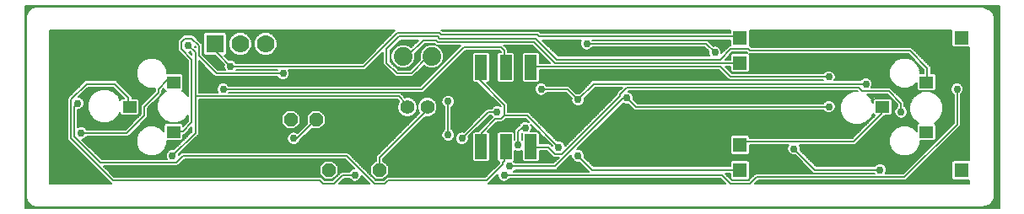
<source format=gbl>
G75*
%MOIN*%
%OFA0B0*%
%FSLAX25Y25*%
%IPPOS*%
%LPD*%
%AMOC8*
5,1,8,0,0,1.08239X$1,22.5*
%
%ADD10C,0.07400*%
%ADD11OC8,0.05200*%
%ADD12C,0.07000*%
%ADD13R,0.07000X0.07000*%
%ADD14C,0.05600*%
%ADD15R,0.05512X0.04724*%
%ADD16R,0.04724X0.09843*%
%ADD17R,0.05543X0.05543*%
%ADD18C,0.00600*%
%ADD19C,0.02978*%
D10*
X0153556Y0061300D03*
X0164956Y0061300D03*
D11*
X0119256Y0036300D03*
X0109256Y0036300D03*
X0124256Y0016300D03*
X0144256Y0016300D03*
D12*
X0099256Y0066300D03*
X0089256Y0066300D03*
D13*
X0079256Y0066300D03*
D14*
X0155319Y0041300D03*
X0163193Y0041300D03*
D15*
X0062917Y0031457D03*
X0045594Y0041300D03*
X0062917Y0051143D03*
X0343094Y0041300D03*
X0360417Y0051143D03*
X0360417Y0031457D03*
D16*
X0204098Y0025552D03*
X0194256Y0025552D03*
X0184413Y0025552D03*
X0184413Y0057048D03*
X0194256Y0057048D03*
X0204098Y0057048D03*
D17*
X0286756Y0058800D03*
X0286756Y0068800D03*
X0374256Y0068800D03*
X0286756Y0026300D03*
X0286756Y0016300D03*
X0374256Y0016300D03*
D18*
X0389256Y0001300D02*
X0004256Y0001300D01*
X0004256Y0081300D01*
X0389256Y0081300D01*
X0389256Y0001300D01*
X0389256Y0001549D02*
X0004256Y0001549D01*
X0004256Y0002148D02*
X0007260Y0002148D01*
X0006650Y0002400D02*
X0008341Y0001700D01*
X0382671Y0001700D01*
X0383395Y0002000D01*
X0383969Y0002000D01*
X0385550Y0002655D01*
X0386760Y0003864D01*
X0387414Y0005445D01*
X0387414Y0076919D01*
X0386760Y0078500D01*
X0385550Y0079709D01*
X0383969Y0080364D01*
X0383965Y0080364D01*
X0382671Y0080900D01*
X0008341Y0080900D01*
X0006650Y0080200D01*
X0005356Y0078906D01*
X0004656Y0077215D01*
X0004656Y0005385D01*
X0005356Y0003694D01*
X0006650Y0002400D01*
X0006304Y0002746D02*
X0004256Y0002746D01*
X0004256Y0003345D02*
X0005706Y0003345D01*
X0005253Y0003943D02*
X0004256Y0003943D01*
X0004256Y0004542D02*
X0005005Y0004542D01*
X0004757Y0005140D02*
X0004256Y0005140D01*
X0004256Y0005739D02*
X0004656Y0005739D01*
X0004656Y0006337D02*
X0004256Y0006337D01*
X0004256Y0006936D02*
X0004656Y0006936D01*
X0004656Y0007534D02*
X0004256Y0007534D01*
X0004256Y0008133D02*
X0004656Y0008133D01*
X0004656Y0008731D02*
X0004256Y0008731D01*
X0004256Y0009330D02*
X0004656Y0009330D01*
X0004656Y0009928D02*
X0004256Y0009928D01*
X0004256Y0010527D02*
X0004656Y0010527D01*
X0004656Y0011125D02*
X0004256Y0011125D01*
X0004256Y0011724D02*
X0004656Y0011724D01*
X0004656Y0012322D02*
X0004256Y0012322D01*
X0004256Y0012921D02*
X0004656Y0012921D01*
X0004656Y0013519D02*
X0004256Y0013519D01*
X0004256Y0014118D02*
X0004656Y0014118D01*
X0004656Y0014716D02*
X0004256Y0014716D01*
X0004256Y0015315D02*
X0004656Y0015315D01*
X0004656Y0015913D02*
X0004256Y0015913D01*
X0004256Y0016512D02*
X0004656Y0016512D01*
X0004656Y0017110D02*
X0004256Y0017110D01*
X0004256Y0017709D02*
X0004656Y0017709D01*
X0004656Y0018307D02*
X0004256Y0018307D01*
X0004256Y0018906D02*
X0004656Y0018906D01*
X0004656Y0019504D02*
X0004256Y0019504D01*
X0004256Y0020103D02*
X0004656Y0020103D01*
X0004656Y0020701D02*
X0004256Y0020701D01*
X0004256Y0021300D02*
X0004656Y0021300D01*
X0004656Y0021899D02*
X0004256Y0021899D01*
X0004256Y0022497D02*
X0004656Y0022497D01*
X0004656Y0023096D02*
X0004256Y0023096D01*
X0004256Y0023694D02*
X0004656Y0023694D01*
X0004656Y0024293D02*
X0004256Y0024293D01*
X0004256Y0024891D02*
X0004656Y0024891D01*
X0004656Y0025490D02*
X0004256Y0025490D01*
X0004256Y0026088D02*
X0004656Y0026088D01*
X0004656Y0026687D02*
X0004256Y0026687D01*
X0004256Y0027285D02*
X0004656Y0027285D01*
X0004656Y0027884D02*
X0004256Y0027884D01*
X0004256Y0028482D02*
X0004656Y0028482D01*
X0004656Y0029081D02*
X0004256Y0029081D01*
X0004256Y0029679D02*
X0004656Y0029679D01*
X0004656Y0030278D02*
X0004256Y0030278D01*
X0004256Y0030876D02*
X0004656Y0030876D01*
X0004656Y0031475D02*
X0004256Y0031475D01*
X0004256Y0032073D02*
X0004656Y0032073D01*
X0004656Y0032672D02*
X0004256Y0032672D01*
X0004256Y0033270D02*
X0004656Y0033270D01*
X0004656Y0033869D02*
X0004256Y0033869D01*
X0004256Y0034467D02*
X0004656Y0034467D01*
X0004656Y0035066D02*
X0004256Y0035066D01*
X0004256Y0035664D02*
X0004656Y0035664D01*
X0004656Y0036263D02*
X0004256Y0036263D01*
X0004256Y0036861D02*
X0004656Y0036861D01*
X0004656Y0037460D02*
X0004256Y0037460D01*
X0004256Y0038058D02*
X0004656Y0038058D01*
X0004656Y0038657D02*
X0004256Y0038657D01*
X0004256Y0039255D02*
X0004656Y0039255D01*
X0004656Y0039854D02*
X0004256Y0039854D01*
X0004256Y0040452D02*
X0004656Y0040452D01*
X0004656Y0041051D02*
X0004256Y0041051D01*
X0004256Y0041649D02*
X0004656Y0041649D01*
X0004656Y0042248D02*
X0004256Y0042248D01*
X0004256Y0042846D02*
X0004656Y0042846D01*
X0004656Y0043445D02*
X0004256Y0043445D01*
X0004256Y0044043D02*
X0004656Y0044043D01*
X0004656Y0044642D02*
X0004256Y0044642D01*
X0004256Y0045240D02*
X0004656Y0045240D01*
X0004656Y0045839D02*
X0004256Y0045839D01*
X0004256Y0046437D02*
X0004656Y0046437D01*
X0004656Y0047036D02*
X0004256Y0047036D01*
X0004256Y0047634D02*
X0004656Y0047634D01*
X0004656Y0048233D02*
X0004256Y0048233D01*
X0004256Y0048832D02*
X0004656Y0048832D01*
X0004656Y0049430D02*
X0004256Y0049430D01*
X0004256Y0050029D02*
X0004656Y0050029D01*
X0004656Y0050627D02*
X0004256Y0050627D01*
X0004256Y0051226D02*
X0004656Y0051226D01*
X0004656Y0051824D02*
X0004256Y0051824D01*
X0004256Y0052423D02*
X0004656Y0052423D01*
X0004656Y0053021D02*
X0004256Y0053021D01*
X0004256Y0053620D02*
X0004656Y0053620D01*
X0004656Y0054218D02*
X0004256Y0054218D01*
X0004256Y0054817D02*
X0004656Y0054817D01*
X0004656Y0055415D02*
X0004256Y0055415D01*
X0004256Y0056014D02*
X0004656Y0056014D01*
X0004656Y0056612D02*
X0004256Y0056612D01*
X0004256Y0057211D02*
X0004656Y0057211D01*
X0004656Y0057809D02*
X0004256Y0057809D01*
X0004256Y0058408D02*
X0004656Y0058408D01*
X0004656Y0059006D02*
X0004256Y0059006D01*
X0004256Y0059605D02*
X0004656Y0059605D01*
X0004656Y0060203D02*
X0004256Y0060203D01*
X0004256Y0060802D02*
X0004656Y0060802D01*
X0004656Y0061400D02*
X0004256Y0061400D01*
X0004256Y0061999D02*
X0004656Y0061999D01*
X0004656Y0062597D02*
X0004256Y0062597D01*
X0004256Y0063196D02*
X0004656Y0063196D01*
X0004656Y0063794D02*
X0004256Y0063794D01*
X0004256Y0064393D02*
X0004656Y0064393D01*
X0004656Y0064991D02*
X0004256Y0064991D01*
X0004256Y0065590D02*
X0004656Y0065590D01*
X0004656Y0066188D02*
X0004256Y0066188D01*
X0004256Y0066787D02*
X0004656Y0066787D01*
X0004656Y0067385D02*
X0004256Y0067385D01*
X0004256Y0067984D02*
X0004656Y0067984D01*
X0004656Y0068582D02*
X0004256Y0068582D01*
X0004256Y0069181D02*
X0004656Y0069181D01*
X0004656Y0069779D02*
X0004256Y0069779D01*
X0004256Y0070378D02*
X0004656Y0070378D01*
X0004656Y0070976D02*
X0004256Y0070976D01*
X0004256Y0071575D02*
X0004656Y0071575D01*
X0004656Y0072173D02*
X0004256Y0072173D01*
X0004256Y0072772D02*
X0004656Y0072772D01*
X0004656Y0073370D02*
X0004256Y0073370D01*
X0004256Y0073969D02*
X0004656Y0073969D01*
X0004656Y0074568D02*
X0004256Y0074568D01*
X0004256Y0075166D02*
X0004656Y0075166D01*
X0004656Y0075765D02*
X0004256Y0075765D01*
X0004256Y0076363D02*
X0004656Y0076363D01*
X0004656Y0076962D02*
X0004256Y0076962D01*
X0004256Y0077560D02*
X0004799Y0077560D01*
X0005047Y0078159D02*
X0004256Y0078159D01*
X0004256Y0078757D02*
X0005295Y0078757D01*
X0005806Y0079356D02*
X0004256Y0079356D01*
X0004256Y0079954D02*
X0006405Y0079954D01*
X0007502Y0080553D02*
X0004256Y0080553D01*
X0004256Y0081151D02*
X0389256Y0081151D01*
X0389256Y0080553D02*
X0383510Y0080553D01*
X0384959Y0079954D02*
X0389256Y0079954D01*
X0389256Y0079356D02*
X0385903Y0079356D01*
X0386502Y0078757D02*
X0389256Y0078757D01*
X0389256Y0078159D02*
X0386901Y0078159D01*
X0387149Y0077560D02*
X0389256Y0077560D01*
X0389256Y0076962D02*
X0387397Y0076962D01*
X0387414Y0076363D02*
X0389256Y0076363D01*
X0389256Y0075765D02*
X0387414Y0075765D01*
X0387414Y0075166D02*
X0389256Y0075166D01*
X0389256Y0074568D02*
X0387414Y0074568D01*
X0387414Y0073969D02*
X0389256Y0073969D01*
X0389256Y0073370D02*
X0387414Y0073370D01*
X0387414Y0072772D02*
X0389256Y0072772D01*
X0389256Y0072173D02*
X0387414Y0072173D01*
X0387414Y0071575D02*
X0389256Y0071575D01*
X0389256Y0070976D02*
X0387414Y0070976D01*
X0387414Y0070378D02*
X0389256Y0070378D01*
X0389256Y0069779D02*
X0387414Y0069779D01*
X0387414Y0069181D02*
X0389256Y0069181D01*
X0389256Y0068582D02*
X0387414Y0068582D01*
X0387414Y0067984D02*
X0389256Y0067984D01*
X0389256Y0067385D02*
X0387414Y0067385D01*
X0387414Y0066787D02*
X0389256Y0066787D01*
X0389256Y0066188D02*
X0387414Y0066188D01*
X0387414Y0065590D02*
X0389256Y0065590D01*
X0389256Y0064991D02*
X0387414Y0064991D01*
X0387414Y0064393D02*
X0389256Y0064393D01*
X0389256Y0063794D02*
X0387414Y0063794D01*
X0387414Y0063196D02*
X0389256Y0063196D01*
X0389256Y0062597D02*
X0387414Y0062597D01*
X0387414Y0061999D02*
X0389256Y0061999D01*
X0389256Y0061400D02*
X0387414Y0061400D01*
X0387414Y0060802D02*
X0389256Y0060802D01*
X0389256Y0060203D02*
X0387414Y0060203D01*
X0387414Y0059605D02*
X0389256Y0059605D01*
X0389256Y0059006D02*
X0387414Y0059006D01*
X0387414Y0058408D02*
X0389256Y0058408D01*
X0389256Y0057809D02*
X0387414Y0057809D01*
X0387414Y0057211D02*
X0389256Y0057211D01*
X0389256Y0056612D02*
X0387414Y0056612D01*
X0387414Y0056014D02*
X0389256Y0056014D01*
X0389256Y0055415D02*
X0387414Y0055415D01*
X0387414Y0054817D02*
X0389256Y0054817D01*
X0389256Y0054218D02*
X0387414Y0054218D01*
X0387414Y0053620D02*
X0389256Y0053620D01*
X0389256Y0053021D02*
X0387414Y0053021D01*
X0387414Y0052423D02*
X0389256Y0052423D01*
X0389256Y0051824D02*
X0387414Y0051824D01*
X0387414Y0051226D02*
X0389256Y0051226D01*
X0389256Y0050627D02*
X0387414Y0050627D01*
X0387414Y0050029D02*
X0389256Y0050029D01*
X0389256Y0049430D02*
X0387414Y0049430D01*
X0387414Y0048832D02*
X0389256Y0048832D01*
X0389256Y0048233D02*
X0387414Y0048233D01*
X0387414Y0047634D02*
X0389256Y0047634D01*
X0389256Y0047036D02*
X0387414Y0047036D01*
X0387414Y0046437D02*
X0389256Y0046437D01*
X0389256Y0045839D02*
X0387414Y0045839D01*
X0387414Y0045240D02*
X0389256Y0045240D01*
X0389256Y0044642D02*
X0387414Y0044642D01*
X0387414Y0044043D02*
X0389256Y0044043D01*
X0389256Y0043445D02*
X0387414Y0043445D01*
X0387414Y0042846D02*
X0389256Y0042846D01*
X0389256Y0042248D02*
X0387414Y0042248D01*
X0387414Y0041649D02*
X0389256Y0041649D01*
X0389256Y0041051D02*
X0387414Y0041051D01*
X0387414Y0040452D02*
X0389256Y0040452D01*
X0389256Y0039854D02*
X0387414Y0039854D01*
X0387414Y0039255D02*
X0389256Y0039255D01*
X0389256Y0038657D02*
X0387414Y0038657D01*
X0387414Y0038058D02*
X0389256Y0038058D01*
X0389256Y0037460D02*
X0387414Y0037460D01*
X0387414Y0036861D02*
X0389256Y0036861D01*
X0389256Y0036263D02*
X0387414Y0036263D01*
X0387414Y0035664D02*
X0389256Y0035664D01*
X0389256Y0035066D02*
X0387414Y0035066D01*
X0387414Y0034467D02*
X0389256Y0034467D01*
X0389256Y0033869D02*
X0387414Y0033869D01*
X0387414Y0033270D02*
X0389256Y0033270D01*
X0389256Y0032672D02*
X0387414Y0032672D01*
X0387414Y0032073D02*
X0389256Y0032073D01*
X0389256Y0031475D02*
X0387414Y0031475D01*
X0387414Y0030876D02*
X0389256Y0030876D01*
X0389256Y0030278D02*
X0387414Y0030278D01*
X0387414Y0029679D02*
X0389256Y0029679D01*
X0389256Y0029081D02*
X0387414Y0029081D01*
X0387414Y0028482D02*
X0389256Y0028482D01*
X0389256Y0027884D02*
X0387414Y0027884D01*
X0387414Y0027285D02*
X0389256Y0027285D01*
X0389256Y0026687D02*
X0387414Y0026687D01*
X0387414Y0026088D02*
X0389256Y0026088D01*
X0389256Y0025490D02*
X0387414Y0025490D01*
X0387414Y0024891D02*
X0389256Y0024891D01*
X0389256Y0024293D02*
X0387414Y0024293D01*
X0387414Y0023694D02*
X0389256Y0023694D01*
X0389256Y0023096D02*
X0387414Y0023096D01*
X0387414Y0022497D02*
X0389256Y0022497D01*
X0389256Y0021899D02*
X0387414Y0021899D01*
X0387414Y0021300D02*
X0389256Y0021300D01*
X0389256Y0020701D02*
X0387414Y0020701D01*
X0387414Y0020103D02*
X0389256Y0020103D01*
X0389256Y0019504D02*
X0387414Y0019504D01*
X0387414Y0018906D02*
X0389256Y0018906D01*
X0389256Y0018307D02*
X0387414Y0018307D01*
X0387414Y0017709D02*
X0389256Y0017709D01*
X0389256Y0017110D02*
X0387414Y0017110D01*
X0387414Y0016512D02*
X0389256Y0016512D01*
X0389256Y0015913D02*
X0387414Y0015913D01*
X0387414Y0015315D02*
X0389256Y0015315D01*
X0389256Y0014716D02*
X0387414Y0014716D01*
X0387414Y0014118D02*
X0389256Y0014118D01*
X0389256Y0013519D02*
X0387414Y0013519D01*
X0387414Y0012921D02*
X0389256Y0012921D01*
X0389256Y0012322D02*
X0387414Y0012322D01*
X0387414Y0011724D02*
X0389256Y0011724D01*
X0389256Y0011125D02*
X0387414Y0011125D01*
X0387414Y0010527D02*
X0389256Y0010527D01*
X0389256Y0009928D02*
X0387414Y0009928D01*
X0387414Y0009330D02*
X0389256Y0009330D01*
X0389256Y0008731D02*
X0387414Y0008731D01*
X0387414Y0008133D02*
X0389256Y0008133D01*
X0389256Y0007534D02*
X0387414Y0007534D01*
X0387414Y0006936D02*
X0389256Y0006936D01*
X0389256Y0006337D02*
X0387414Y0006337D01*
X0387414Y0005739D02*
X0389256Y0005739D01*
X0389256Y0005140D02*
X0387288Y0005140D01*
X0387040Y0004542D02*
X0389256Y0004542D01*
X0389256Y0003943D02*
X0386792Y0003943D01*
X0386240Y0003345D02*
X0389256Y0003345D01*
X0389256Y0002746D02*
X0385641Y0002746D01*
X0384326Y0002148D02*
X0389256Y0002148D01*
X0377156Y0010900D02*
X0292668Y0010900D01*
X0294050Y0012282D01*
X0352321Y0012282D01*
X0373132Y0033093D01*
X0373945Y0033906D01*
X0373945Y0046140D01*
X0374017Y0046170D01*
X0374742Y0046895D01*
X0375134Y0047842D01*
X0375134Y0048867D01*
X0374742Y0049814D01*
X0374017Y0050538D01*
X0373070Y0050931D01*
X0372045Y0050931D01*
X0371098Y0050538D01*
X0370373Y0049814D01*
X0369981Y0048867D01*
X0369981Y0047842D01*
X0370373Y0046895D01*
X0371098Y0046170D01*
X0371170Y0046140D01*
X0371170Y0035055D01*
X0351172Y0015057D01*
X0344249Y0015057D01*
X0344611Y0015932D01*
X0344611Y0016957D01*
X0344219Y0017903D01*
X0343494Y0018628D01*
X0342547Y0019020D01*
X0341522Y0019020D01*
X0340575Y0018628D01*
X0339850Y0017903D01*
X0339821Y0017831D01*
X0316942Y0017831D01*
X0310590Y0024184D01*
X0310620Y0024256D01*
X0310620Y0025281D01*
X0310257Y0026156D01*
X0332204Y0026156D01*
X0333017Y0026969D01*
X0343898Y0037850D01*
X0346301Y0037850D01*
X0346938Y0038487D01*
X0346938Y0044113D01*
X0346301Y0044750D01*
X0339888Y0044750D01*
X0339251Y0044113D01*
X0339251Y0042898D01*
X0338546Y0044601D01*
X0336874Y0046273D01*
X0344928Y0046273D01*
X0348972Y0042230D01*
X0348972Y0041550D01*
X0348900Y0041520D01*
X0348175Y0040796D01*
X0347783Y0039849D01*
X0347783Y0038824D01*
X0348175Y0037877D01*
X0348900Y0037152D01*
X0349847Y0036760D01*
X0350872Y0036760D01*
X0351818Y0037152D01*
X0352543Y0037877D01*
X0352935Y0038824D01*
X0352935Y0039849D01*
X0352543Y0040796D01*
X0351818Y0041520D01*
X0351746Y0041550D01*
X0351746Y0043379D01*
X0350934Y0044192D01*
X0346078Y0049048D01*
X0338699Y0049048D01*
X0339061Y0049923D01*
X0339061Y0050948D01*
X0338669Y0051895D01*
X0337944Y0052620D01*
X0336998Y0053012D01*
X0335973Y0053012D01*
X0335026Y0052620D01*
X0334301Y0051895D01*
X0334271Y0051823D01*
X0324131Y0051823D01*
X0324494Y0052698D01*
X0324494Y0053723D01*
X0324101Y0054670D01*
X0323377Y0055394D01*
X0322430Y0055787D01*
X0321405Y0055787D01*
X0320458Y0055394D01*
X0319733Y0054670D01*
X0319703Y0054598D01*
X0283645Y0054598D01*
X0280870Y0057372D01*
X0282897Y0057372D01*
X0282897Y0055578D01*
X0283534Y0054941D01*
X0289978Y0054941D01*
X0290615Y0055578D01*
X0290615Y0062022D01*
X0290409Y0062228D01*
X0353253Y0062228D01*
X0359377Y0056104D01*
X0359377Y0054592D01*
X0357828Y0054592D01*
X0357828Y0055894D01*
X0356903Y0058125D01*
X0355195Y0059833D01*
X0352964Y0060757D01*
X0350548Y0060757D01*
X0348317Y0059833D01*
X0346609Y0058125D01*
X0345684Y0055894D01*
X0345684Y0053478D01*
X0346609Y0051247D01*
X0348317Y0049539D01*
X0350548Y0048614D01*
X0352964Y0048614D01*
X0355195Y0049539D01*
X0356574Y0050917D01*
X0356574Y0048330D01*
X0357211Y0047693D01*
X0363624Y0047693D01*
X0364261Y0048330D01*
X0364261Y0053955D01*
X0363624Y0054592D01*
X0362152Y0054592D01*
X0362152Y0057253D01*
X0355215Y0064190D01*
X0354402Y0065003D01*
X0291275Y0065003D01*
X0290615Y0065664D01*
X0290615Y0071700D01*
X0370397Y0071700D01*
X0370397Y0065578D01*
X0371034Y0064941D01*
X0377156Y0064941D01*
X0377156Y0020159D01*
X0371034Y0020159D01*
X0370397Y0019522D01*
X0370397Y0013078D01*
X0371034Y0012441D01*
X0377156Y0012441D01*
X0377156Y0010900D01*
X0377156Y0011125D02*
X0292894Y0011125D01*
X0293492Y0011724D02*
X0377156Y0011724D01*
X0377156Y0012322D02*
X0352362Y0012322D01*
X0352960Y0012921D02*
X0370554Y0012921D01*
X0370397Y0013519D02*
X0353559Y0013519D01*
X0354157Y0014118D02*
X0370397Y0014118D01*
X0370397Y0014716D02*
X0354756Y0014716D01*
X0355354Y0015315D02*
X0370397Y0015315D01*
X0370397Y0015913D02*
X0355953Y0015913D01*
X0356551Y0016512D02*
X0370397Y0016512D01*
X0370397Y0017110D02*
X0357150Y0017110D01*
X0357748Y0017709D02*
X0370397Y0017709D01*
X0370397Y0018307D02*
X0358347Y0018307D01*
X0358945Y0018906D02*
X0370397Y0018906D01*
X0370397Y0019504D02*
X0359544Y0019504D01*
X0360142Y0020103D02*
X0370978Y0020103D01*
X0377156Y0020701D02*
X0360741Y0020701D01*
X0361339Y0021300D02*
X0377156Y0021300D01*
X0377156Y0021899D02*
X0361938Y0021899D01*
X0362536Y0022497D02*
X0377156Y0022497D01*
X0377156Y0023096D02*
X0363135Y0023096D01*
X0363733Y0023694D02*
X0377156Y0023694D01*
X0377156Y0024293D02*
X0364332Y0024293D01*
X0364930Y0024891D02*
X0377156Y0024891D01*
X0377156Y0025490D02*
X0365529Y0025490D01*
X0366127Y0026088D02*
X0377156Y0026088D01*
X0377156Y0026687D02*
X0366726Y0026687D01*
X0367324Y0027285D02*
X0377156Y0027285D01*
X0377156Y0027884D02*
X0367923Y0027884D01*
X0368521Y0028482D02*
X0377156Y0028482D01*
X0377156Y0029081D02*
X0369120Y0029081D01*
X0369718Y0029679D02*
X0377156Y0029679D01*
X0377156Y0030278D02*
X0370317Y0030278D01*
X0370915Y0030876D02*
X0377156Y0030876D01*
X0377156Y0031475D02*
X0371514Y0031475D01*
X0372112Y0032073D02*
X0377156Y0032073D01*
X0377156Y0032672D02*
X0372711Y0032672D01*
X0373309Y0033270D02*
X0377156Y0033270D01*
X0377156Y0033869D02*
X0373908Y0033869D01*
X0373945Y0034467D02*
X0377156Y0034467D01*
X0377156Y0035066D02*
X0373945Y0035066D01*
X0373945Y0035664D02*
X0377156Y0035664D01*
X0377156Y0036263D02*
X0373945Y0036263D01*
X0373945Y0036861D02*
X0377156Y0036861D01*
X0377156Y0037460D02*
X0373945Y0037460D01*
X0373945Y0038058D02*
X0377156Y0038058D01*
X0377156Y0038657D02*
X0373945Y0038657D01*
X0373945Y0039255D02*
X0377156Y0039255D01*
X0377156Y0039854D02*
X0373945Y0039854D01*
X0373945Y0040452D02*
X0377156Y0040452D01*
X0377156Y0041051D02*
X0373945Y0041051D01*
X0373945Y0041649D02*
X0377156Y0041649D01*
X0377156Y0042248D02*
X0373945Y0042248D01*
X0373945Y0042846D02*
X0377156Y0042846D01*
X0377156Y0043445D02*
X0373945Y0043445D01*
X0373945Y0044043D02*
X0377156Y0044043D01*
X0377156Y0044642D02*
X0373945Y0044642D01*
X0373945Y0045240D02*
X0377156Y0045240D01*
X0377156Y0045839D02*
X0373945Y0045839D01*
X0374284Y0046437D02*
X0377156Y0046437D01*
X0377156Y0047036D02*
X0374800Y0047036D01*
X0375048Y0047634D02*
X0377156Y0047634D01*
X0377156Y0048233D02*
X0375134Y0048233D01*
X0375134Y0048832D02*
X0377156Y0048832D01*
X0377156Y0049430D02*
X0374901Y0049430D01*
X0374527Y0050029D02*
X0377156Y0050029D01*
X0377156Y0050627D02*
X0373803Y0050627D01*
X0371312Y0050627D02*
X0364261Y0050627D01*
X0364261Y0050029D02*
X0370588Y0050029D01*
X0370214Y0049430D02*
X0364261Y0049430D01*
X0364261Y0048832D02*
X0369981Y0048832D01*
X0369981Y0048233D02*
X0364164Y0048233D01*
X0364231Y0046475D02*
X0361782Y0047490D01*
X0359131Y0047490D01*
X0356683Y0046475D01*
X0354809Y0044601D01*
X0353794Y0042153D01*
X0353794Y0039502D01*
X0354809Y0037054D01*
X0356683Y0035180D01*
X0357341Y0034907D01*
X0357211Y0034907D01*
X0356574Y0034270D01*
X0356574Y0031683D01*
X0355195Y0033061D01*
X0352964Y0033986D01*
X0350548Y0033986D01*
X0348317Y0033061D01*
X0346609Y0031353D01*
X0345684Y0029122D01*
X0345684Y0026706D01*
X0346609Y0024475D01*
X0348317Y0022767D01*
X0350548Y0021843D01*
X0352964Y0021843D01*
X0355195Y0022767D01*
X0356903Y0024475D01*
X0357828Y0026706D01*
X0357828Y0028008D01*
X0363624Y0028008D01*
X0364261Y0028645D01*
X0364261Y0034270D01*
X0363624Y0034907D01*
X0363573Y0034907D01*
X0364231Y0035180D01*
X0366105Y0037054D01*
X0367119Y0039502D01*
X0367119Y0042153D01*
X0366105Y0044601D01*
X0364231Y0046475D01*
X0364269Y0046437D02*
X0370831Y0046437D01*
X0371170Y0045839D02*
X0364867Y0045839D01*
X0365466Y0045240D02*
X0371170Y0045240D01*
X0371170Y0044642D02*
X0366064Y0044642D01*
X0366336Y0044043D02*
X0371170Y0044043D01*
X0371170Y0043445D02*
X0366584Y0043445D01*
X0366832Y0042846D02*
X0371170Y0042846D01*
X0371170Y0042248D02*
X0367079Y0042248D01*
X0367119Y0041649D02*
X0371170Y0041649D01*
X0371170Y0041051D02*
X0367119Y0041051D01*
X0367119Y0040452D02*
X0371170Y0040452D01*
X0371170Y0039854D02*
X0367119Y0039854D01*
X0367017Y0039255D02*
X0371170Y0039255D01*
X0371170Y0038657D02*
X0366769Y0038657D01*
X0366521Y0038058D02*
X0371170Y0038058D01*
X0371170Y0037460D02*
X0366273Y0037460D01*
X0365912Y0036861D02*
X0371170Y0036861D01*
X0371170Y0036263D02*
X0365314Y0036263D01*
X0364715Y0035664D02*
X0371170Y0035664D01*
X0371170Y0035066D02*
X0363956Y0035066D01*
X0364063Y0034467D02*
X0370582Y0034467D01*
X0369984Y0033869D02*
X0364261Y0033869D01*
X0364261Y0033270D02*
X0369385Y0033270D01*
X0368787Y0032672D02*
X0364261Y0032672D01*
X0364261Y0032073D02*
X0368188Y0032073D01*
X0367590Y0031475D02*
X0364261Y0031475D01*
X0364261Y0030876D02*
X0366991Y0030876D01*
X0366393Y0030278D02*
X0364261Y0030278D01*
X0364261Y0029679D02*
X0365794Y0029679D01*
X0365196Y0029081D02*
X0364261Y0029081D01*
X0364098Y0028482D02*
X0364597Y0028482D01*
X0363999Y0027884D02*
X0357828Y0027884D01*
X0357828Y0027285D02*
X0363400Y0027285D01*
X0362802Y0026687D02*
X0357819Y0026687D01*
X0357571Y0026088D02*
X0362203Y0026088D01*
X0361605Y0025490D02*
X0357323Y0025490D01*
X0357076Y0024891D02*
X0361006Y0024891D01*
X0360408Y0024293D02*
X0356721Y0024293D01*
X0356122Y0023694D02*
X0359809Y0023694D01*
X0359211Y0023096D02*
X0355524Y0023096D01*
X0354544Y0022497D02*
X0358612Y0022497D01*
X0358014Y0021899D02*
X0353099Y0021899D01*
X0350413Y0021899D02*
X0312875Y0021899D01*
X0312277Y0022497D02*
X0348968Y0022497D01*
X0347988Y0023096D02*
X0311678Y0023096D01*
X0311080Y0023694D02*
X0347389Y0023694D01*
X0346791Y0024293D02*
X0310620Y0024293D01*
X0310620Y0024891D02*
X0346436Y0024891D01*
X0346188Y0025490D02*
X0310533Y0025490D01*
X0310285Y0026088D02*
X0345940Y0026088D01*
X0345692Y0026687D02*
X0332735Y0026687D01*
X0333333Y0027285D02*
X0345684Y0027285D01*
X0345684Y0027884D02*
X0333932Y0027884D01*
X0334530Y0028482D02*
X0345684Y0028482D01*
X0345684Y0029081D02*
X0335129Y0029081D01*
X0335727Y0029679D02*
X0345915Y0029679D01*
X0346163Y0030278D02*
X0336326Y0030278D01*
X0336924Y0030876D02*
X0346411Y0030876D01*
X0346730Y0031475D02*
X0337523Y0031475D01*
X0338121Y0032073D02*
X0347328Y0032073D01*
X0347927Y0032672D02*
X0338720Y0032672D01*
X0339318Y0033270D02*
X0348821Y0033270D01*
X0350266Y0033869D02*
X0339917Y0033869D01*
X0340515Y0034467D02*
X0356771Y0034467D01*
X0356958Y0035066D02*
X0341114Y0035066D01*
X0341712Y0035664D02*
X0356198Y0035664D01*
X0355600Y0036263D02*
X0342311Y0036263D01*
X0342909Y0036861D02*
X0349602Y0036861D01*
X0348592Y0037460D02*
X0343508Y0037460D01*
X0342728Y0038643D02*
X0331629Y0027543D01*
X0287926Y0027543D01*
X0287232Y0026850D01*
X0286756Y0026300D01*
X0290615Y0026156D02*
X0305829Y0026156D01*
X0305467Y0025281D01*
X0305467Y0024256D01*
X0305859Y0023309D01*
X0306584Y0022584D01*
X0307531Y0022192D01*
X0308556Y0022192D01*
X0308628Y0022222D01*
X0315793Y0015057D01*
X0339821Y0015057D01*
X0292901Y0015057D01*
X0292088Y0014244D01*
X0290126Y0012282D01*
X0283645Y0012282D01*
X0280870Y0015057D01*
X0282897Y0015057D01*
X0282897Y0013078D01*
X0283534Y0012441D01*
X0289978Y0012441D01*
X0290615Y0013078D01*
X0290615Y0019522D01*
X0289978Y0020159D01*
X0283534Y0020159D01*
X0282897Y0019522D01*
X0282897Y0017831D01*
X0228842Y0017831D01*
X0225265Y0021409D01*
X0225294Y0021481D01*
X0225294Y0022506D01*
X0224902Y0023453D01*
X0224178Y0024178D01*
X0223231Y0024570D01*
X0222401Y0024570D01*
X0240607Y0042777D01*
X0240682Y0042702D01*
X0241629Y0042309D01*
X0242654Y0042309D01*
X0242726Y0042339D01*
X0245036Y0040030D01*
X0319703Y0040030D01*
X0319733Y0039958D01*
X0320458Y0039233D01*
X0321405Y0038841D01*
X0322430Y0038841D01*
X0323377Y0039233D01*
X0324101Y0039958D01*
X0324494Y0040905D01*
X0324494Y0041930D01*
X0324101Y0042877D01*
X0323377Y0043601D01*
X0322430Y0043994D01*
X0321405Y0043994D01*
X0320458Y0043601D01*
X0319733Y0042877D01*
X0319703Y0042805D01*
X0246185Y0042805D01*
X0244688Y0044301D01*
X0244718Y0044373D01*
X0244718Y0045398D01*
X0244326Y0046345D01*
X0243601Y0047070D01*
X0242654Y0047462D01*
X0242518Y0047462D01*
X0242716Y0047661D01*
X0333136Y0047661D01*
X0333306Y0047490D01*
X0331572Y0047490D01*
X0329124Y0046475D01*
X0327250Y0044601D01*
X0326235Y0042153D01*
X0326235Y0039502D01*
X0327250Y0037054D01*
X0329124Y0035180D01*
X0331572Y0034165D01*
X0334223Y0034165D01*
X0336671Y0035180D01*
X0338546Y0037054D01*
X0339251Y0038757D01*
X0339251Y0038487D01*
X0339888Y0037850D01*
X0339974Y0037850D01*
X0331054Y0028931D01*
X0290615Y0028931D01*
X0290615Y0029522D01*
X0289978Y0030159D01*
X0283534Y0030159D01*
X0282897Y0029522D01*
X0282897Y0023078D01*
X0283534Y0022441D01*
X0289978Y0022441D01*
X0290615Y0023078D01*
X0290615Y0026156D01*
X0290615Y0026088D02*
X0305801Y0026088D01*
X0305553Y0025490D02*
X0290615Y0025490D01*
X0290615Y0024891D02*
X0305467Y0024891D01*
X0305467Y0024293D02*
X0290615Y0024293D01*
X0290615Y0023694D02*
X0305700Y0023694D01*
X0306073Y0023096D02*
X0290615Y0023096D01*
X0290034Y0022497D02*
X0306795Y0022497D01*
X0308951Y0021899D02*
X0225294Y0021899D01*
X0225294Y0022497D02*
X0283478Y0022497D01*
X0282897Y0023096D02*
X0225050Y0023096D01*
X0224661Y0023694D02*
X0282897Y0023694D01*
X0282897Y0024293D02*
X0223901Y0024293D01*
X0222722Y0024891D02*
X0282897Y0024891D01*
X0282897Y0025490D02*
X0223320Y0025490D01*
X0223919Y0026088D02*
X0282897Y0026088D01*
X0282897Y0026687D02*
X0224517Y0026687D01*
X0225116Y0027285D02*
X0282897Y0027285D01*
X0282897Y0027884D02*
X0225714Y0027884D01*
X0226313Y0028482D02*
X0282897Y0028482D01*
X0282897Y0029081D02*
X0226911Y0029081D01*
X0227510Y0029679D02*
X0283054Y0029679D01*
X0290458Y0029679D02*
X0331803Y0029679D01*
X0331204Y0029081D02*
X0290615Y0029081D01*
X0308043Y0024769D02*
X0316368Y0016444D01*
X0342035Y0016444D01*
X0344611Y0016512D02*
X0352627Y0016512D01*
X0353226Y0017110D02*
X0344547Y0017110D01*
X0344299Y0017709D02*
X0353824Y0017709D01*
X0354423Y0018307D02*
X0343815Y0018307D01*
X0342824Y0018906D02*
X0355021Y0018906D01*
X0355620Y0019504D02*
X0315269Y0019504D01*
X0315868Y0018906D02*
X0341246Y0018906D01*
X0340254Y0018307D02*
X0316466Y0018307D01*
X0313141Y0017709D02*
X0290615Y0017709D01*
X0290615Y0018307D02*
X0312542Y0018307D01*
X0311944Y0018906D02*
X0290615Y0018906D01*
X0290615Y0019504D02*
X0311345Y0019504D01*
X0310747Y0020103D02*
X0290034Y0020103D01*
X0283478Y0020103D02*
X0226571Y0020103D01*
X0227169Y0019504D02*
X0282897Y0019504D01*
X0282897Y0018906D02*
X0227768Y0018906D01*
X0228366Y0018307D02*
X0282897Y0018307D01*
X0290615Y0017110D02*
X0313739Y0017110D01*
X0314338Y0016512D02*
X0290615Y0016512D01*
X0290615Y0015913D02*
X0314936Y0015913D01*
X0315535Y0015315D02*
X0290615Y0015315D01*
X0290615Y0014716D02*
X0292561Y0014716D01*
X0291962Y0014118D02*
X0290615Y0014118D01*
X0290615Y0013519D02*
X0291364Y0013519D01*
X0290765Y0012921D02*
X0290458Y0012921D01*
X0290167Y0012322D02*
X0283604Y0012322D01*
X0283054Y0012921D02*
X0283006Y0012921D01*
X0282897Y0013519D02*
X0282407Y0013519D01*
X0282897Y0014118D02*
X0281809Y0014118D01*
X0281210Y0014716D02*
X0282897Y0014716D01*
X0279602Y0014363D02*
X0283070Y0010894D01*
X0290701Y0010894D01*
X0293476Y0013669D01*
X0351746Y0013669D01*
X0372557Y0034480D01*
X0372557Y0048354D01*
X0370067Y0047634D02*
X0347491Y0047634D01*
X0348090Y0047036D02*
X0358036Y0047036D01*
X0356645Y0046437D02*
X0348688Y0046437D01*
X0349287Y0045839D02*
X0356046Y0045839D01*
X0355448Y0045240D02*
X0349885Y0045240D01*
X0350484Y0044642D02*
X0354849Y0044642D01*
X0354578Y0044043D02*
X0351082Y0044043D01*
X0351681Y0043445D02*
X0354330Y0043445D01*
X0354082Y0042846D02*
X0351746Y0042846D01*
X0351746Y0042248D02*
X0353834Y0042248D01*
X0353794Y0041649D02*
X0351746Y0041649D01*
X0352288Y0041051D02*
X0353794Y0041051D01*
X0353794Y0040452D02*
X0352685Y0040452D01*
X0352933Y0039854D02*
X0353794Y0039854D01*
X0353897Y0039255D02*
X0352935Y0039255D01*
X0352866Y0038657D02*
X0354145Y0038657D01*
X0354393Y0038058D02*
X0352618Y0038058D01*
X0352126Y0037460D02*
X0354641Y0037460D01*
X0355001Y0036861D02*
X0351116Y0036861D01*
X0348100Y0038058D02*
X0346509Y0038058D01*
X0346938Y0038657D02*
X0347852Y0038657D01*
X0347783Y0039255D02*
X0346938Y0039255D01*
X0346938Y0039854D02*
X0347785Y0039854D01*
X0348033Y0040452D02*
X0346938Y0040452D01*
X0346938Y0041051D02*
X0348430Y0041051D01*
X0348972Y0041649D02*
X0346938Y0041649D01*
X0346938Y0042248D02*
X0348954Y0042248D01*
X0348355Y0042846D02*
X0346938Y0042846D01*
X0346938Y0043445D02*
X0347757Y0043445D01*
X0347158Y0044043D02*
X0346938Y0044043D01*
X0346560Y0044642D02*
X0346408Y0044642D01*
X0345961Y0045240D02*
X0337907Y0045240D01*
X0338505Y0044642D02*
X0339781Y0044642D01*
X0339251Y0044043D02*
X0338777Y0044043D01*
X0339025Y0043445D02*
X0339251Y0043445D01*
X0343094Y0041300D02*
X0342728Y0040724D01*
X0342728Y0038643D01*
X0339680Y0038058D02*
X0338962Y0038058D01*
X0338714Y0037460D02*
X0339584Y0037460D01*
X0338985Y0036861D02*
X0338353Y0036861D01*
X0338387Y0036263D02*
X0337755Y0036263D01*
X0337788Y0035664D02*
X0337156Y0035664D01*
X0337190Y0035066D02*
X0336397Y0035066D01*
X0336591Y0034467D02*
X0334952Y0034467D01*
X0335992Y0033869D02*
X0231699Y0033869D01*
X0231101Y0033270D02*
X0335394Y0033270D01*
X0334795Y0032672D02*
X0230502Y0032672D01*
X0229904Y0032073D02*
X0334197Y0032073D01*
X0333598Y0031475D02*
X0229305Y0031475D01*
X0228707Y0030876D02*
X0333000Y0030876D01*
X0332401Y0030278D02*
X0228108Y0030278D01*
X0222702Y0030876D02*
X0211635Y0030876D01*
X0211037Y0031475D02*
X0223300Y0031475D01*
X0223899Y0032073D02*
X0210438Y0032073D01*
X0209840Y0032672D02*
X0224497Y0032672D01*
X0225096Y0033270D02*
X0209241Y0033270D01*
X0208643Y0033869D02*
X0225694Y0033869D01*
X0226293Y0034467D02*
X0208044Y0034467D01*
X0207446Y0035066D02*
X0226891Y0035066D01*
X0227490Y0035664D02*
X0206847Y0035664D01*
X0206249Y0036263D02*
X0228088Y0036263D01*
X0228687Y0036861D02*
X0205650Y0036861D01*
X0205052Y0037460D02*
X0229285Y0037460D01*
X0229884Y0038058D02*
X0204453Y0038058D01*
X0203988Y0038523D02*
X0203175Y0039336D01*
X0194970Y0039336D01*
X0194970Y0042686D01*
X0186616Y0051039D01*
X0187226Y0051039D01*
X0187863Y0051676D01*
X0187863Y0062420D01*
X0187226Y0063057D01*
X0181601Y0063057D01*
X0180964Y0062420D01*
X0180964Y0051676D01*
X0181601Y0051039D01*
X0182692Y0051039D01*
X0183296Y0050435D01*
X0192172Y0041560D01*
X0191320Y0041913D01*
X0190295Y0041913D01*
X0189348Y0041520D01*
X0188624Y0040796D01*
X0188594Y0040724D01*
X0186765Y0040724D01*
X0185952Y0039911D01*
X0177518Y0031477D01*
X0177446Y0031507D01*
X0176421Y0031507D01*
X0175474Y0031115D01*
X0174750Y0030390D01*
X0174357Y0029443D01*
X0174357Y0028418D01*
X0174750Y0027471D01*
X0175474Y0026747D01*
X0176421Y0026354D01*
X0177446Y0026354D01*
X0178393Y0026747D01*
X0179118Y0027471D01*
X0179510Y0028418D01*
X0179510Y0029443D01*
X0179480Y0029515D01*
X0187914Y0037949D01*
X0188594Y0037949D01*
X0188624Y0037877D01*
X0189046Y0037455D01*
X0188727Y0037136D01*
X0183177Y0031586D01*
X0183177Y0031561D01*
X0181601Y0031561D01*
X0180964Y0030924D01*
X0180964Y0020180D01*
X0181601Y0019543D01*
X0187226Y0019543D01*
X0187863Y0020180D01*
X0187863Y0030924D01*
X0187226Y0031561D01*
X0187075Y0031561D01*
X0190689Y0035174D01*
X0192770Y0035174D01*
X0194157Y0036561D01*
X0202026Y0036561D01*
X0203271Y0035317D01*
X0202420Y0035669D01*
X0201395Y0035669D01*
X0200448Y0035277D01*
X0199723Y0034552D01*
X0199515Y0034050D01*
X0199132Y0033668D01*
X0199132Y0033668D01*
X0197745Y0032280D01*
X0197745Y0028370D01*
X0197705Y0028354D01*
X0197705Y0030924D01*
X0197069Y0031561D01*
X0191443Y0031561D01*
X0190806Y0030924D01*
X0190806Y0020180D01*
X0191443Y0019543D01*
X0191502Y0019543D01*
X0191502Y0019100D01*
X0186071Y0013669D01*
X0147224Y0013669D01*
X0145836Y0012282D01*
X0142823Y0012282D01*
X0132537Y0022568D01*
X0132537Y0022568D01*
X0131724Y0023381D01*
X0066061Y0023381D01*
X0065050Y0022370D01*
X0065050Y0022506D01*
X0065020Y0022578D01*
X0072066Y0029624D01*
X0072879Y0030437D01*
X0072879Y0044192D01*
X0151386Y0044192D01*
X0152050Y0043528D01*
X0152023Y0043502D01*
X0151431Y0042073D01*
X0151431Y0040527D01*
X0152023Y0039098D01*
X0153117Y0038004D01*
X0154546Y0037413D01*
X0156092Y0037413D01*
X0157521Y0038004D01*
X0158614Y0039098D01*
X0159206Y0040527D01*
X0159206Y0042073D01*
X0158614Y0043502D01*
X0157521Y0044596D01*
X0156092Y0045187D01*
X0154546Y0045187D01*
X0154382Y0045120D01*
X0153348Y0046154D01*
X0153348Y0046154D01*
X0152535Y0046967D01*
X0084805Y0046967D01*
X0161553Y0046967D01*
X0162366Y0047780D01*
X0178202Y0063616D01*
X0191621Y0063616D01*
X0192180Y0063057D01*
X0191443Y0063057D01*
X0190806Y0062420D01*
X0190806Y0051676D01*
X0191443Y0051039D01*
X0197069Y0051039D01*
X0197705Y0051676D01*
X0197705Y0062420D01*
X0197069Y0063057D01*
X0194970Y0063057D01*
X0194970Y0064190D01*
X0193583Y0065578D01*
X0193464Y0065697D01*
X0204801Y0065697D01*
X0211738Y0058760D01*
X0207548Y0058760D01*
X0207548Y0062420D01*
X0206911Y0063057D01*
X0201286Y0063057D01*
X0200649Y0062420D01*
X0200649Y0051676D01*
X0201286Y0051039D01*
X0206911Y0051039D01*
X0207548Y0051676D01*
X0207548Y0055985D01*
X0278333Y0055985D01*
X0281683Y0052636D01*
X0282495Y0051823D01*
X0319703Y0051823D01*
X0319703Y0051823D01*
X0228387Y0051823D01*
X0223303Y0046739D01*
X0223231Y0046768D01*
X0222206Y0046768D01*
X0222134Y0046739D01*
X0219131Y0049742D01*
X0210364Y0049742D01*
X0210335Y0049814D01*
X0209610Y0050538D01*
X0208663Y0050931D01*
X0207638Y0050931D01*
X0206691Y0050538D01*
X0205966Y0049814D01*
X0205574Y0048867D01*
X0205574Y0047842D01*
X0205966Y0046895D01*
X0206691Y0046170D01*
X0207638Y0045778D01*
X0208663Y0045778D01*
X0209610Y0046170D01*
X0210335Y0046895D01*
X0210364Y0046967D01*
X0217981Y0046967D01*
X0220172Y0044777D01*
X0220142Y0044705D01*
X0220142Y0043680D01*
X0220534Y0042733D01*
X0221259Y0042008D01*
X0222206Y0041616D01*
X0223231Y0041616D01*
X0224178Y0042008D01*
X0224902Y0042733D01*
X0225294Y0043680D01*
X0225294Y0044705D01*
X0225265Y0044777D01*
X0229536Y0049048D01*
X0240180Y0049048D01*
X0237980Y0046848D01*
X0237980Y0046154D01*
X0217664Y0025838D01*
X0217664Y0025975D01*
X0217272Y0026922D01*
X0216547Y0027646D01*
X0215600Y0028039D01*
X0214575Y0028039D01*
X0214503Y0028009D01*
X0203988Y0038523D01*
X0203855Y0038657D02*
X0230482Y0038657D01*
X0231081Y0039255D02*
X0203256Y0039255D01*
X0202601Y0037949D02*
X0193583Y0037949D01*
X0193583Y0042111D01*
X0183871Y0051823D01*
X0183871Y0056679D01*
X0184413Y0057048D01*
X0180964Y0057211D02*
X0171797Y0057211D01*
X0172396Y0057809D02*
X0180964Y0057809D01*
X0180964Y0058408D02*
X0172994Y0058408D01*
X0173593Y0059006D02*
X0180964Y0059006D01*
X0180964Y0059605D02*
X0174191Y0059605D01*
X0174790Y0060203D02*
X0180964Y0060203D01*
X0180964Y0060802D02*
X0175388Y0060802D01*
X0175987Y0061400D02*
X0180964Y0061400D01*
X0180964Y0061999D02*
X0176585Y0061999D01*
X0177184Y0062597D02*
X0181141Y0062597D01*
X0177782Y0063196D02*
X0192041Y0063196D01*
X0190984Y0062597D02*
X0187685Y0062597D01*
X0187863Y0061999D02*
X0190806Y0061999D01*
X0190806Y0061400D02*
X0187863Y0061400D01*
X0187863Y0060802D02*
X0190806Y0060802D01*
X0190806Y0060203D02*
X0187863Y0060203D01*
X0187863Y0059605D02*
X0190806Y0059605D01*
X0190806Y0059006D02*
X0187863Y0059006D01*
X0187863Y0058408D02*
X0190806Y0058408D01*
X0190806Y0057809D02*
X0187863Y0057809D01*
X0187863Y0057211D02*
X0190806Y0057211D01*
X0190806Y0056612D02*
X0187863Y0056612D01*
X0187863Y0056014D02*
X0190806Y0056014D01*
X0190806Y0055415D02*
X0187863Y0055415D01*
X0187863Y0054817D02*
X0190806Y0054817D01*
X0190806Y0054218D02*
X0187863Y0054218D01*
X0187863Y0053620D02*
X0190806Y0053620D01*
X0190806Y0053021D02*
X0187863Y0053021D01*
X0187863Y0052423D02*
X0190806Y0052423D01*
X0190806Y0051824D02*
X0187863Y0051824D01*
X0187412Y0051226D02*
X0191257Y0051226D01*
X0187029Y0050627D02*
X0206905Y0050627D01*
X0207097Y0051226D02*
X0227789Y0051226D01*
X0227191Y0050627D02*
X0209396Y0050627D01*
X0210120Y0050029D02*
X0226592Y0050029D01*
X0225994Y0049430D02*
X0219442Y0049430D01*
X0220041Y0048832D02*
X0225395Y0048832D01*
X0224797Y0048233D02*
X0220639Y0048233D01*
X0221238Y0047634D02*
X0224198Y0047634D01*
X0223600Y0047036D02*
X0221836Y0047036D01*
X0219109Y0045839D02*
X0208810Y0045839D01*
X0209877Y0046437D02*
X0218511Y0046437D01*
X0219708Y0045240D02*
X0192415Y0045240D01*
X0193014Y0044642D02*
X0220142Y0044642D01*
X0220142Y0044043D02*
X0193612Y0044043D01*
X0194211Y0043445D02*
X0220239Y0043445D01*
X0220487Y0042846D02*
X0194809Y0042846D01*
X0194970Y0042248D02*
X0221019Y0042248D01*
X0222124Y0041649D02*
X0194970Y0041649D01*
X0194970Y0041051D02*
X0232876Y0041051D01*
X0232278Y0040452D02*
X0194970Y0040452D01*
X0194970Y0039854D02*
X0231679Y0039854D01*
X0237086Y0039255D02*
X0320436Y0039255D01*
X0319837Y0039854D02*
X0237684Y0039854D01*
X0238283Y0040452D02*
X0244613Y0040452D01*
X0244015Y0041051D02*
X0238881Y0041051D01*
X0239480Y0041649D02*
X0243416Y0041649D01*
X0242818Y0042248D02*
X0240078Y0042248D01*
X0235270Y0043445D02*
X0225197Y0043445D01*
X0225294Y0044043D02*
X0235869Y0044043D01*
X0236467Y0044642D02*
X0225294Y0044642D01*
X0225729Y0045240D02*
X0237066Y0045240D01*
X0237664Y0045839D02*
X0226327Y0045839D01*
X0226926Y0046437D02*
X0237980Y0046437D01*
X0238168Y0047036D02*
X0227524Y0047036D01*
X0228123Y0047634D02*
X0238766Y0047634D01*
X0239365Y0048233D02*
X0228721Y0048233D01*
X0229320Y0048832D02*
X0239963Y0048832D01*
X0242142Y0049048D02*
X0333710Y0049048D01*
X0335098Y0047661D01*
X0345503Y0047661D01*
X0350359Y0042805D01*
X0350359Y0039336D01*
X0339251Y0038657D02*
X0339210Y0038657D01*
X0328639Y0035664D02*
X0233495Y0035664D01*
X0232896Y0035066D02*
X0329399Y0035066D01*
X0330844Y0034467D02*
X0232298Y0034467D01*
X0234093Y0036263D02*
X0328041Y0036263D01*
X0327442Y0036861D02*
X0234692Y0036861D01*
X0235290Y0037460D02*
X0327081Y0037460D01*
X0326834Y0038058D02*
X0235889Y0038058D01*
X0236487Y0038657D02*
X0326586Y0038657D01*
X0326338Y0039255D02*
X0323399Y0039255D01*
X0323997Y0039854D02*
X0326235Y0039854D01*
X0326235Y0040452D02*
X0324306Y0040452D01*
X0324494Y0041051D02*
X0326235Y0041051D01*
X0326235Y0041649D02*
X0324494Y0041649D01*
X0324362Y0042248D02*
X0326275Y0042248D01*
X0326523Y0042846D02*
X0324114Y0042846D01*
X0323533Y0043445D02*
X0326771Y0043445D01*
X0327019Y0044043D02*
X0244946Y0044043D01*
X0244718Y0044642D02*
X0327290Y0044642D01*
X0327889Y0045240D02*
X0244718Y0045240D01*
X0244536Y0045839D02*
X0328487Y0045839D01*
X0329086Y0046437D02*
X0244234Y0046437D01*
X0243635Y0047036D02*
X0330477Y0047036D01*
X0333162Y0047634D02*
X0242690Y0047634D01*
X0242142Y0049048D02*
X0239367Y0046273D01*
X0239367Y0045580D01*
X0216475Y0022687D01*
X0213700Y0022687D01*
X0210925Y0025462D01*
X0204682Y0025462D01*
X0204098Y0025552D01*
X0207548Y0024075D02*
X0210351Y0024075D01*
X0212313Y0022113D01*
X0213125Y0021300D01*
X0207548Y0021300D01*
X0207548Y0020701D02*
X0214608Y0020701D01*
X0214009Y0020103D02*
X0207471Y0020103D01*
X0207548Y0020180D02*
X0207548Y0024075D01*
X0207548Y0023694D02*
X0210731Y0023694D01*
X0211330Y0023096D02*
X0207548Y0023096D01*
X0207548Y0022497D02*
X0211928Y0022497D01*
X0212527Y0021899D02*
X0207548Y0021899D01*
X0213125Y0021300D02*
X0215206Y0021300D01*
X0213125Y0019219D01*
X0197878Y0019219D01*
X0197848Y0019291D01*
X0197332Y0019807D01*
X0197705Y0020180D01*
X0197705Y0023958D01*
X0198620Y0023580D01*
X0199645Y0023580D01*
X0200592Y0023972D01*
X0200649Y0024029D01*
X0200649Y0020180D01*
X0201286Y0019543D01*
X0206911Y0019543D01*
X0207548Y0020180D01*
X0213411Y0019504D02*
X0197634Y0019504D01*
X0197628Y0020103D02*
X0200726Y0020103D01*
X0200649Y0020701D02*
X0197705Y0020701D01*
X0197705Y0021300D02*
X0200649Y0021300D01*
X0200649Y0021899D02*
X0197705Y0021899D01*
X0197705Y0022497D02*
X0200649Y0022497D01*
X0200649Y0023096D02*
X0197705Y0023096D01*
X0197705Y0023694D02*
X0198343Y0023694D01*
X0199921Y0023694D02*
X0200649Y0023694D01*
X0194256Y0025552D02*
X0193583Y0025462D01*
X0193583Y0019913D01*
X0192889Y0019219D01*
X0192889Y0018525D01*
X0186646Y0012282D01*
X0147798Y0012282D01*
X0146411Y0010894D01*
X0142249Y0010894D01*
X0131150Y0021994D01*
X0066635Y0021994D01*
X0063861Y0019219D01*
X0034031Y0019219D01*
X0023626Y0029624D01*
X0023626Y0041417D01*
X0025013Y0042805D01*
X0027590Y0042846D02*
X0028893Y0042846D01*
X0028893Y0043098D02*
X0028893Y0040447D01*
X0029907Y0037999D01*
X0031781Y0036124D01*
X0034230Y0035110D01*
X0036880Y0035110D01*
X0039329Y0036124D01*
X0041203Y0037999D01*
X0041751Y0039322D01*
X0041751Y0038487D01*
X0042388Y0037850D01*
X0048801Y0037850D01*
X0049438Y0038487D01*
X0049438Y0044113D01*
X0048801Y0044750D01*
X0046518Y0044750D01*
X0046518Y0045461D01*
X0040968Y0051010D01*
X0040156Y0051823D01*
X0027907Y0051823D01*
X0021664Y0045580D01*
X0020851Y0044767D01*
X0020851Y0028356D01*
X0037500Y0011707D01*
X0038307Y0010900D01*
X0013856Y0010900D01*
X0013856Y0071700D01*
X0150452Y0071700D01*
X0137512Y0058760D01*
X0087579Y0058760D01*
X0087549Y0058832D01*
X0086825Y0059557D01*
X0085878Y0059949D01*
X0084853Y0059949D01*
X0084781Y0059919D01*
X0082987Y0061713D01*
X0083206Y0061713D01*
X0083843Y0062350D01*
X0083843Y0070250D01*
X0083206Y0070887D01*
X0075305Y0070887D01*
X0074669Y0070250D01*
X0074669Y0062350D01*
X0075305Y0061713D01*
X0079063Y0061713D01*
X0079241Y0061535D01*
X0082819Y0057957D01*
X0082789Y0057885D01*
X0082789Y0056860D01*
X0083151Y0055985D01*
X0080390Y0055985D01*
X0074266Y0062109D01*
X0074266Y0066272D01*
X0073453Y0067084D01*
X0070679Y0069859D01*
X0066754Y0069859D01*
X0065942Y0069046D01*
X0064554Y0067659D01*
X0064554Y0063735D01*
X0065367Y0062922D01*
X0068717Y0059573D01*
X0068717Y0045592D01*
X0066888Y0047420D01*
X0066155Y0047724D01*
X0066761Y0048330D01*
X0066761Y0053955D01*
X0066124Y0054592D01*
X0060328Y0054592D01*
X0060328Y0055894D01*
X0059403Y0058125D01*
X0057695Y0059833D01*
X0055464Y0060757D01*
X0053048Y0060757D01*
X0050817Y0059833D01*
X0049109Y0058125D01*
X0048184Y0055894D01*
X0048184Y0053478D01*
X0049109Y0051247D01*
X0050817Y0049539D01*
X0053048Y0048614D01*
X0055464Y0048614D01*
X0055536Y0048644D01*
X0055536Y0047542D01*
X0050799Y0042805D01*
X0049987Y0041992D01*
X0049987Y0038523D01*
X0043862Y0032399D01*
X0028615Y0032399D01*
X0028585Y0032471D01*
X0027860Y0033196D01*
X0026913Y0033588D01*
X0025888Y0033588D01*
X0025013Y0033226D01*
X0025013Y0040228D01*
X0025526Y0040228D01*
X0026473Y0040621D01*
X0027198Y0041345D01*
X0027590Y0042292D01*
X0027590Y0043317D01*
X0027198Y0044264D01*
X0026473Y0044989D01*
X0025526Y0045381D01*
X0025390Y0045381D01*
X0029057Y0049048D01*
X0039006Y0049048D01*
X0043305Y0044750D01*
X0042388Y0044750D01*
X0041784Y0044145D01*
X0041203Y0045546D01*
X0039329Y0047420D01*
X0036880Y0048435D01*
X0034230Y0048435D01*
X0031781Y0047420D01*
X0029907Y0045546D01*
X0028893Y0043098D01*
X0029037Y0043445D02*
X0027537Y0043445D01*
X0027289Y0044043D02*
X0029285Y0044043D01*
X0029533Y0044642D02*
X0026820Y0044642D01*
X0025865Y0045240D02*
X0029780Y0045240D01*
X0030200Y0045839D02*
X0025847Y0045839D01*
X0026446Y0046437D02*
X0030798Y0046437D01*
X0031397Y0047036D02*
X0027045Y0047036D01*
X0027643Y0047634D02*
X0032298Y0047634D01*
X0033743Y0048233D02*
X0028242Y0048233D01*
X0028840Y0048832D02*
X0039223Y0048832D01*
X0039821Y0048233D02*
X0037367Y0048233D01*
X0038812Y0047634D02*
X0040420Y0047634D01*
X0041018Y0047036D02*
X0039713Y0047036D01*
X0040312Y0046437D02*
X0041617Y0046437D01*
X0042215Y0045839D02*
X0040910Y0045839D01*
X0041330Y0045240D02*
X0042814Y0045240D01*
X0042281Y0044642D02*
X0041578Y0044642D01*
X0045131Y0044886D02*
X0039581Y0050435D01*
X0028482Y0050435D01*
X0022239Y0044192D01*
X0022239Y0028931D01*
X0038887Y0012282D01*
X0120744Y0012282D01*
X0122131Y0010894D01*
X0126294Y0010894D01*
X0129762Y0014363D01*
X0134618Y0014363D01*
X0137057Y0013519D02*
X0137662Y0013519D01*
X0137194Y0013851D02*
X0137194Y0013987D01*
X0140281Y0010900D01*
X0128261Y0010900D01*
X0130337Y0012976D01*
X0132404Y0012976D01*
X0132434Y0012904D01*
X0133159Y0012179D01*
X0134106Y0011787D01*
X0135131Y0011787D01*
X0136078Y0012179D01*
X0136802Y0012904D01*
X0137194Y0013851D01*
X0136809Y0012921D02*
X0138260Y0012921D01*
X0138859Y0012322D02*
X0136221Y0012322D01*
X0133015Y0012322D02*
X0129684Y0012322D01*
X0130282Y0012921D02*
X0132427Y0012921D01*
X0129085Y0011724D02*
X0139457Y0011724D01*
X0140056Y0011125D02*
X0128487Y0011125D01*
X0125759Y0012322D02*
X0122666Y0012322D01*
X0122706Y0012282D02*
X0121319Y0013669D01*
X0039462Y0013669D01*
X0035300Y0017831D01*
X0064435Y0017831D01*
X0065248Y0018644D01*
X0067210Y0020606D01*
X0130575Y0020606D01*
X0134242Y0016939D01*
X0134106Y0016939D01*
X0133159Y0016547D01*
X0132434Y0015822D01*
X0132404Y0015750D01*
X0129188Y0015750D01*
X0128375Y0014938D01*
X0125719Y0012282D01*
X0122706Y0012282D01*
X0122729Y0012613D02*
X0125783Y0012613D01*
X0127943Y0014773D01*
X0127943Y0017827D01*
X0125783Y0019987D01*
X0122729Y0019987D01*
X0120569Y0017827D01*
X0120569Y0014773D01*
X0122729Y0012613D01*
X0122420Y0012921D02*
X0122067Y0012921D01*
X0121822Y0013519D02*
X0121469Y0013519D01*
X0121223Y0014118D02*
X0039013Y0014118D01*
X0038415Y0014716D02*
X0120625Y0014716D01*
X0120569Y0015315D02*
X0037816Y0015315D01*
X0037218Y0015913D02*
X0120569Y0015913D01*
X0120569Y0016512D02*
X0036619Y0016512D01*
X0036021Y0017110D02*
X0120569Y0017110D01*
X0120569Y0017709D02*
X0035422Y0017709D01*
X0032097Y0017110D02*
X0013856Y0017110D01*
X0013856Y0016512D02*
X0032695Y0016512D01*
X0033294Y0015913D02*
X0013856Y0015913D01*
X0013856Y0015315D02*
X0033892Y0015315D01*
X0034491Y0014716D02*
X0013856Y0014716D01*
X0013856Y0014118D02*
X0035089Y0014118D01*
X0035688Y0013519D02*
X0013856Y0013519D01*
X0013856Y0012921D02*
X0036286Y0012921D01*
X0036885Y0012322D02*
X0013856Y0012322D01*
X0013856Y0011724D02*
X0037483Y0011724D01*
X0038082Y0011125D02*
X0013856Y0011125D01*
X0013856Y0017709D02*
X0031498Y0017709D01*
X0030900Y0018307D02*
X0013856Y0018307D01*
X0013856Y0018906D02*
X0030301Y0018906D01*
X0029703Y0019504D02*
X0013856Y0019504D01*
X0013856Y0020103D02*
X0029104Y0020103D01*
X0028506Y0020701D02*
X0013856Y0020701D01*
X0013856Y0021300D02*
X0027907Y0021300D01*
X0027309Y0021899D02*
X0013856Y0021899D01*
X0013856Y0022497D02*
X0026710Y0022497D01*
X0026112Y0023096D02*
X0013856Y0023096D01*
X0013856Y0023694D02*
X0025513Y0023694D01*
X0024915Y0024293D02*
X0013856Y0024293D01*
X0013856Y0024891D02*
X0024316Y0024891D01*
X0023718Y0025490D02*
X0013856Y0025490D01*
X0013856Y0026088D02*
X0023119Y0026088D01*
X0022521Y0026687D02*
X0013856Y0026687D01*
X0013856Y0027285D02*
X0021922Y0027285D01*
X0021324Y0027884D02*
X0013856Y0027884D01*
X0013856Y0028482D02*
X0020851Y0028482D01*
X0020851Y0029081D02*
X0013856Y0029081D01*
X0013856Y0029679D02*
X0020851Y0029679D01*
X0020851Y0030278D02*
X0013856Y0030278D01*
X0013856Y0030876D02*
X0020851Y0030876D01*
X0020851Y0031475D02*
X0013856Y0031475D01*
X0013856Y0032073D02*
X0020851Y0032073D01*
X0020851Y0032672D02*
X0013856Y0032672D01*
X0013856Y0033270D02*
X0020851Y0033270D01*
X0020851Y0033869D02*
X0013856Y0033869D01*
X0013856Y0034467D02*
X0020851Y0034467D01*
X0020851Y0035066D02*
X0013856Y0035066D01*
X0013856Y0035664D02*
X0020851Y0035664D01*
X0020851Y0036263D02*
X0013856Y0036263D01*
X0013856Y0036861D02*
X0020851Y0036861D01*
X0020851Y0037460D02*
X0013856Y0037460D01*
X0013856Y0038058D02*
X0020851Y0038058D01*
X0020851Y0038657D02*
X0013856Y0038657D01*
X0013856Y0039255D02*
X0020851Y0039255D01*
X0020851Y0039854D02*
X0013856Y0039854D01*
X0013856Y0040452D02*
X0020851Y0040452D01*
X0020851Y0041051D02*
X0013856Y0041051D01*
X0013856Y0041649D02*
X0020851Y0041649D01*
X0020851Y0042248D02*
X0013856Y0042248D01*
X0013856Y0042846D02*
X0020851Y0042846D01*
X0020851Y0043445D02*
X0013856Y0043445D01*
X0013856Y0044043D02*
X0020851Y0044043D01*
X0020851Y0044642D02*
X0013856Y0044642D01*
X0013856Y0045240D02*
X0021325Y0045240D01*
X0021923Y0045839D02*
X0013856Y0045839D01*
X0013856Y0046437D02*
X0022522Y0046437D01*
X0023120Y0047036D02*
X0013856Y0047036D01*
X0013856Y0047634D02*
X0023719Y0047634D01*
X0024317Y0048233D02*
X0013856Y0048233D01*
X0013856Y0048832D02*
X0024916Y0048832D01*
X0025514Y0049430D02*
X0013856Y0049430D01*
X0013856Y0050029D02*
X0026113Y0050029D01*
X0026711Y0050627D02*
X0013856Y0050627D01*
X0013856Y0051226D02*
X0027310Y0051226D01*
X0013856Y0051824D02*
X0048869Y0051824D01*
X0048621Y0052423D02*
X0013856Y0052423D01*
X0013856Y0053021D02*
X0048374Y0053021D01*
X0048184Y0053620D02*
X0013856Y0053620D01*
X0013856Y0054218D02*
X0048184Y0054218D01*
X0048184Y0054817D02*
X0013856Y0054817D01*
X0013856Y0055415D02*
X0048184Y0055415D01*
X0048234Y0056014D02*
X0013856Y0056014D01*
X0013856Y0056612D02*
X0048482Y0056612D01*
X0048730Y0057211D02*
X0013856Y0057211D01*
X0013856Y0057809D02*
X0048978Y0057809D01*
X0049391Y0058408D02*
X0013856Y0058408D01*
X0013856Y0059006D02*
X0049990Y0059006D01*
X0050588Y0059605D02*
X0013856Y0059605D01*
X0013856Y0060203D02*
X0051710Y0060203D01*
X0056802Y0060203D02*
X0068086Y0060203D01*
X0068684Y0059605D02*
X0057924Y0059605D01*
X0058522Y0059006D02*
X0068717Y0059006D01*
X0068717Y0058408D02*
X0059121Y0058408D01*
X0059534Y0057809D02*
X0068717Y0057809D01*
X0068717Y0057211D02*
X0059782Y0057211D01*
X0060030Y0056612D02*
X0068717Y0056612D01*
X0068717Y0056014D02*
X0060278Y0056014D01*
X0060328Y0055415D02*
X0068717Y0055415D01*
X0068717Y0054817D02*
X0060328Y0054817D01*
X0066498Y0054218D02*
X0068717Y0054218D01*
X0068717Y0053620D02*
X0066761Y0053620D01*
X0066761Y0053021D02*
X0068717Y0053021D01*
X0068717Y0052423D02*
X0066761Y0052423D01*
X0066761Y0051824D02*
X0068717Y0051824D01*
X0068717Y0051226D02*
X0066761Y0051226D01*
X0066761Y0050627D02*
X0068717Y0050627D01*
X0068717Y0050029D02*
X0066761Y0050029D01*
X0066761Y0049430D02*
X0068717Y0049430D01*
X0068717Y0048832D02*
X0066761Y0048832D01*
X0066664Y0048233D02*
X0068717Y0048233D01*
X0068717Y0047634D02*
X0066371Y0047634D01*
X0067272Y0047036D02*
X0068717Y0047036D01*
X0068717Y0046437D02*
X0067871Y0046437D01*
X0068469Y0045839D02*
X0068717Y0045839D01*
X0071491Y0045580D02*
X0151961Y0045580D01*
X0154735Y0042805D01*
X0154735Y0041417D01*
X0155319Y0041300D01*
X0158886Y0042846D02*
X0159626Y0042846D01*
X0159378Y0042248D02*
X0159134Y0042248D01*
X0159306Y0042073D02*
X0159306Y0040527D01*
X0159897Y0039098D01*
X0160032Y0038964D01*
X0142943Y0021875D01*
X0142943Y0019987D01*
X0142729Y0019987D01*
X0140569Y0017827D01*
X0140569Y0014773D01*
X0142729Y0012613D01*
X0145783Y0012613D01*
X0147943Y0014773D01*
X0147943Y0017827D01*
X0145783Y0019987D01*
X0145717Y0019987D01*
X0145717Y0020725D01*
X0162409Y0037417D01*
X0162420Y0037413D01*
X0163966Y0037413D01*
X0165395Y0038004D01*
X0166488Y0039098D01*
X0167080Y0040527D01*
X0167080Y0042073D01*
X0166488Y0043502D01*
X0165395Y0044596D01*
X0163966Y0045187D01*
X0162420Y0045187D01*
X0160991Y0044596D01*
X0159897Y0043502D01*
X0159306Y0042073D01*
X0159306Y0041649D02*
X0159206Y0041649D01*
X0159206Y0041051D02*
X0159306Y0041051D01*
X0159336Y0040452D02*
X0159175Y0040452D01*
X0158928Y0039854D02*
X0159584Y0039854D01*
X0159832Y0039255D02*
X0158680Y0039255D01*
X0158173Y0038657D02*
X0159725Y0038657D01*
X0159126Y0038058D02*
X0157575Y0038058D01*
X0158528Y0037460D02*
X0156206Y0037460D01*
X0154432Y0037460D02*
X0122943Y0037460D01*
X0122943Y0037827D02*
X0120783Y0039987D01*
X0117729Y0039987D01*
X0115569Y0037827D01*
X0115569Y0034773D01*
X0115587Y0034754D01*
X0111873Y0031040D01*
X0111798Y0031115D01*
X0110851Y0031507D01*
X0109826Y0031507D01*
X0108879Y0031115D01*
X0108154Y0030390D01*
X0107762Y0029443D01*
X0107762Y0028418D01*
X0108154Y0027471D01*
X0108879Y0026747D01*
X0109826Y0026354D01*
X0110851Y0026354D01*
X0111798Y0026747D01*
X0112523Y0027471D01*
X0112731Y0027973D01*
X0117549Y0032792D01*
X0117729Y0032613D01*
X0120783Y0032613D01*
X0122943Y0034773D01*
X0122943Y0037827D01*
X0122712Y0038058D02*
X0153063Y0038058D01*
X0152464Y0038657D02*
X0122114Y0038657D01*
X0121515Y0039255D02*
X0151958Y0039255D01*
X0151710Y0039854D02*
X0120917Y0039854D01*
X0117595Y0039854D02*
X0110917Y0039854D01*
X0110783Y0039987D02*
X0107729Y0039987D01*
X0105569Y0037827D01*
X0105569Y0034773D01*
X0107729Y0032613D01*
X0110783Y0032613D01*
X0112943Y0034773D01*
X0112943Y0037827D01*
X0110783Y0039987D01*
X0111515Y0039255D02*
X0116996Y0039255D01*
X0116398Y0038657D02*
X0112114Y0038657D01*
X0112712Y0038058D02*
X0115799Y0038058D01*
X0115569Y0037460D02*
X0112943Y0037460D01*
X0112943Y0036861D02*
X0115569Y0036861D01*
X0115569Y0036263D02*
X0112943Y0036263D01*
X0112943Y0035664D02*
X0115569Y0035664D01*
X0115569Y0035066D02*
X0112943Y0035066D01*
X0112638Y0034467D02*
X0115300Y0034467D01*
X0114702Y0033869D02*
X0112039Y0033869D01*
X0111441Y0033270D02*
X0114103Y0033270D01*
X0113505Y0032672D02*
X0110842Y0032672D01*
X0110929Y0031475D02*
X0112308Y0031475D01*
X0112906Y0032073D02*
X0072879Y0032073D01*
X0072879Y0031475D02*
X0109748Y0031475D01*
X0108641Y0030876D02*
X0072879Y0030876D01*
X0072719Y0030278D02*
X0108108Y0030278D01*
X0107860Y0029679D02*
X0072121Y0029679D01*
X0071522Y0029081D02*
X0107762Y0029081D01*
X0107762Y0028482D02*
X0070924Y0028482D01*
X0070325Y0027884D02*
X0107984Y0027884D01*
X0108341Y0027285D02*
X0069727Y0027285D01*
X0069128Y0026687D02*
X0109024Y0026687D01*
X0111653Y0026687D02*
X0147754Y0026687D01*
X0147156Y0026088D02*
X0068530Y0026088D01*
X0067931Y0025490D02*
X0146557Y0025490D01*
X0145959Y0024891D02*
X0067333Y0024891D01*
X0066734Y0024293D02*
X0145360Y0024293D01*
X0144762Y0023694D02*
X0066136Y0023694D01*
X0065775Y0023096D02*
X0065537Y0023096D01*
X0065177Y0022497D02*
X0065050Y0022497D01*
X0062473Y0021994D02*
X0071491Y0031012D01*
X0071491Y0045580D01*
X0071491Y0062922D01*
X0068717Y0065697D01*
X0071293Y0065321D02*
X0071491Y0065122D01*
X0071491Y0064884D01*
X0071263Y0065112D01*
X0071293Y0065184D01*
X0071293Y0065321D01*
X0071384Y0064991D02*
X0071491Y0064991D01*
X0072879Y0065697D02*
X0072879Y0061535D01*
X0079816Y0054598D01*
X0106176Y0054598D01*
X0108626Y0055415D02*
X0148487Y0055415D01*
X0147889Y0056014D02*
X0138690Y0056014D01*
X0138661Y0055985D02*
X0139474Y0056798D01*
X0145717Y0063041D01*
X0145717Y0058185D01*
X0149880Y0054023D01*
X0150692Y0053210D01*
X0157391Y0053210D01*
X0161833Y0057652D01*
X0162244Y0057241D01*
X0164004Y0056513D01*
X0165908Y0056513D01*
X0167668Y0057241D01*
X0169014Y0058588D01*
X0169743Y0060348D01*
X0169743Y0062252D01*
X0169014Y0064012D01*
X0167668Y0065359D01*
X0166851Y0065697D01*
X0176359Y0065697D01*
X0160404Y0049742D01*
X0084805Y0049742D01*
X0084775Y0049814D01*
X0084050Y0050538D01*
X0083103Y0050931D01*
X0082078Y0050931D01*
X0081131Y0050538D01*
X0080406Y0049814D01*
X0080014Y0048867D01*
X0080014Y0047842D01*
X0080377Y0046967D01*
X0072879Y0046967D01*
X0072879Y0059573D01*
X0078428Y0054023D01*
X0079241Y0053210D01*
X0103962Y0053210D01*
X0103992Y0053138D01*
X0104717Y0052413D01*
X0105664Y0052021D01*
X0106689Y0052021D01*
X0107636Y0052413D01*
X0108361Y0053138D01*
X0108753Y0054085D01*
X0108753Y0055110D01*
X0108390Y0055985D01*
X0138661Y0055985D01*
X0139288Y0056612D02*
X0147290Y0056612D01*
X0146692Y0057211D02*
X0139887Y0057211D01*
X0140485Y0057809D02*
X0146093Y0057809D01*
X0145717Y0058408D02*
X0141084Y0058408D01*
X0141682Y0059006D02*
X0145717Y0059006D01*
X0145717Y0059605D02*
X0142281Y0059605D01*
X0142879Y0060203D02*
X0145717Y0060203D01*
X0145717Y0060802D02*
X0143478Y0060802D01*
X0144077Y0061400D02*
X0145717Y0061400D01*
X0145717Y0061999D02*
X0144675Y0061999D01*
X0145274Y0062597D02*
X0145717Y0062597D01*
X0148492Y0062597D02*
X0148911Y0062597D01*
X0148769Y0062252D02*
X0148769Y0060348D01*
X0149497Y0058588D01*
X0150844Y0057241D01*
X0152604Y0056513D01*
X0154508Y0056513D01*
X0156268Y0057241D01*
X0157614Y0058588D01*
X0158343Y0060348D01*
X0158343Y0062252D01*
X0158275Y0062418D01*
X0162247Y0066391D01*
X0165954Y0066391D01*
X0166503Y0065841D01*
X0165908Y0066087D01*
X0164004Y0066087D01*
X0162244Y0065359D01*
X0160897Y0064012D01*
X0160169Y0062252D01*
X0160169Y0060348D01*
X0160296Y0060039D01*
X0156242Y0055985D01*
X0151842Y0055985D01*
X0148492Y0059335D01*
X0148492Y0063735D01*
X0152535Y0067778D01*
X0159710Y0067778D01*
X0156779Y0064847D01*
X0156268Y0065359D01*
X0154508Y0066087D01*
X0152604Y0066087D01*
X0150844Y0065359D01*
X0149497Y0064012D01*
X0148769Y0062252D01*
X0148769Y0061999D02*
X0148492Y0061999D01*
X0148492Y0061400D02*
X0148769Y0061400D01*
X0148769Y0060802D02*
X0148492Y0060802D01*
X0148492Y0060203D02*
X0148828Y0060203D01*
X0149076Y0059605D02*
X0148492Y0059605D01*
X0148820Y0059006D02*
X0149324Y0059006D01*
X0149419Y0058408D02*
X0149678Y0058408D01*
X0150017Y0057809D02*
X0150276Y0057809D01*
X0150616Y0057211D02*
X0150918Y0057211D01*
X0151214Y0056612D02*
X0152363Y0056612D01*
X0151813Y0056014D02*
X0156270Y0056014D01*
X0156869Y0056612D02*
X0154749Y0056612D01*
X0156193Y0057211D02*
X0157468Y0057211D01*
X0158066Y0057809D02*
X0156835Y0057809D01*
X0157434Y0058408D02*
X0158665Y0058408D01*
X0159263Y0059006D02*
X0157788Y0059006D01*
X0158036Y0059605D02*
X0159862Y0059605D01*
X0160228Y0060203D02*
X0158283Y0060203D01*
X0158343Y0060802D02*
X0160169Y0060802D01*
X0160169Y0061400D02*
X0158343Y0061400D01*
X0158343Y0061999D02*
X0160169Y0061999D01*
X0160311Y0062597D02*
X0158454Y0062597D01*
X0159052Y0063196D02*
X0160559Y0063196D01*
X0160807Y0063794D02*
X0159651Y0063794D01*
X0160249Y0064393D02*
X0161278Y0064393D01*
X0160848Y0064991D02*
X0161877Y0064991D01*
X0161446Y0065590D02*
X0162802Y0065590D01*
X0162045Y0066188D02*
X0166156Y0066188D01*
X0167109Y0065590D02*
X0176252Y0065590D01*
X0175654Y0064991D02*
X0168035Y0064991D01*
X0168633Y0064393D02*
X0175055Y0064393D01*
X0174457Y0063794D02*
X0169105Y0063794D01*
X0169352Y0063196D02*
X0173858Y0063196D01*
X0173260Y0062597D02*
X0169600Y0062597D01*
X0169743Y0061999D02*
X0172661Y0061999D01*
X0172063Y0061400D02*
X0169743Y0061400D01*
X0169743Y0060802D02*
X0171464Y0060802D01*
X0170866Y0060203D02*
X0169683Y0060203D01*
X0169436Y0059605D02*
X0170267Y0059605D01*
X0169669Y0059006D02*
X0169188Y0059006D01*
X0169070Y0058408D02*
X0168834Y0058408D01*
X0168472Y0057809D02*
X0168235Y0057809D01*
X0167873Y0057211D02*
X0167593Y0057211D01*
X0167275Y0056612D02*
X0166149Y0056612D01*
X0166676Y0056014D02*
X0160195Y0056014D01*
X0160793Y0056612D02*
X0163763Y0056612D01*
X0162318Y0057211D02*
X0161392Y0057211D01*
X0159596Y0055415D02*
X0166077Y0055415D01*
X0165479Y0054817D02*
X0158998Y0054817D01*
X0158399Y0054218D02*
X0164880Y0054218D01*
X0164282Y0053620D02*
X0157801Y0053620D01*
X0156817Y0054598D02*
X0151267Y0054598D01*
X0147105Y0058760D01*
X0147105Y0064309D01*
X0151961Y0069165D01*
X0167222Y0069165D01*
X0167916Y0068472D01*
X0206069Y0068472D01*
X0214394Y0060147D01*
X0278908Y0060147D01*
X0283070Y0064309D01*
X0290007Y0064309D01*
X0290701Y0063616D01*
X0353828Y0063616D01*
X0360765Y0056679D01*
X0360765Y0051823D01*
X0360417Y0051143D01*
X0364261Y0051226D02*
X0377156Y0051226D01*
X0377156Y0051824D02*
X0364261Y0051824D01*
X0364261Y0052423D02*
X0377156Y0052423D01*
X0377156Y0053021D02*
X0364261Y0053021D01*
X0364261Y0053620D02*
X0377156Y0053620D01*
X0377156Y0054218D02*
X0363998Y0054218D01*
X0362152Y0054817D02*
X0377156Y0054817D01*
X0377156Y0055415D02*
X0362152Y0055415D01*
X0362152Y0056014D02*
X0377156Y0056014D01*
X0377156Y0056612D02*
X0362152Y0056612D01*
X0362152Y0057211D02*
X0377156Y0057211D01*
X0377156Y0057809D02*
X0361596Y0057809D01*
X0360998Y0058408D02*
X0377156Y0058408D01*
X0377156Y0059006D02*
X0360399Y0059006D01*
X0359801Y0059605D02*
X0377156Y0059605D01*
X0377156Y0060203D02*
X0359202Y0060203D01*
X0358604Y0060802D02*
X0377156Y0060802D01*
X0377156Y0061400D02*
X0358005Y0061400D01*
X0357407Y0061999D02*
X0377156Y0061999D01*
X0377156Y0062597D02*
X0356808Y0062597D01*
X0356210Y0063196D02*
X0377156Y0063196D01*
X0377156Y0063794D02*
X0355611Y0063794D01*
X0355013Y0064393D02*
X0377156Y0064393D01*
X0370983Y0064991D02*
X0354414Y0064991D01*
X0353482Y0061999D02*
X0290615Y0061999D01*
X0290615Y0061400D02*
X0354081Y0061400D01*
X0354679Y0060802D02*
X0290615Y0060802D01*
X0290615Y0060203D02*
X0349210Y0060203D01*
X0348088Y0059605D02*
X0290615Y0059605D01*
X0290615Y0059006D02*
X0347490Y0059006D01*
X0346891Y0058408D02*
X0290615Y0058408D01*
X0290615Y0057809D02*
X0346478Y0057809D01*
X0346230Y0057211D02*
X0290615Y0057211D01*
X0290615Y0056612D02*
X0345982Y0056612D01*
X0345734Y0056014D02*
X0290615Y0056014D01*
X0290452Y0055415D02*
X0320508Y0055415D01*
X0319880Y0054817D02*
X0283426Y0054817D01*
X0283060Y0055415D02*
X0282827Y0055415D01*
X0282897Y0056014D02*
X0282229Y0056014D01*
X0281630Y0056612D02*
X0282897Y0056612D01*
X0282897Y0057211D02*
X0281032Y0057211D01*
X0278908Y0057372D02*
X0283070Y0053210D01*
X0321917Y0053210D01*
X0324288Y0054218D02*
X0345684Y0054218D01*
X0345684Y0053620D02*
X0324494Y0053620D01*
X0324494Y0053021D02*
X0345874Y0053021D01*
X0346121Y0052423D02*
X0338141Y0052423D01*
X0338698Y0051824D02*
X0346369Y0051824D01*
X0346630Y0051226D02*
X0338946Y0051226D01*
X0339061Y0050627D02*
X0347228Y0050627D01*
X0347827Y0050029D02*
X0339061Y0050029D01*
X0338857Y0049430D02*
X0348578Y0049430D01*
X0350023Y0048832D02*
X0346294Y0048832D01*
X0346893Y0048233D02*
X0356671Y0048233D01*
X0356574Y0048832D02*
X0353488Y0048832D01*
X0354933Y0049430D02*
X0356574Y0049430D01*
X0356574Y0050029D02*
X0355685Y0050029D01*
X0356284Y0050627D02*
X0356574Y0050627D01*
X0357828Y0054817D02*
X0359377Y0054817D01*
X0359377Y0055415D02*
X0357828Y0055415D01*
X0357778Y0056014D02*
X0359377Y0056014D01*
X0358869Y0056612D02*
X0357530Y0056612D01*
X0357282Y0057211D02*
X0358271Y0057211D01*
X0357672Y0057809D02*
X0357034Y0057809D01*
X0357074Y0058408D02*
X0356621Y0058408D01*
X0356475Y0059006D02*
X0356022Y0059006D01*
X0355876Y0059605D02*
X0355424Y0059605D01*
X0355278Y0060203D02*
X0354302Y0060203D01*
X0345684Y0055415D02*
X0323327Y0055415D01*
X0323954Y0054817D02*
X0345684Y0054817D01*
X0334829Y0052423D02*
X0324380Y0052423D01*
X0324132Y0051824D02*
X0334272Y0051824D01*
X0336485Y0050435D02*
X0228961Y0050435D01*
X0222718Y0044192D01*
X0218556Y0048354D01*
X0208150Y0048354D01*
X0205807Y0049430D02*
X0188226Y0049430D01*
X0188824Y0048832D02*
X0205574Y0048832D01*
X0205574Y0048233D02*
X0189423Y0048233D01*
X0190021Y0047634D02*
X0205660Y0047634D01*
X0205908Y0047036D02*
X0190620Y0047036D01*
X0191218Y0046437D02*
X0206424Y0046437D01*
X0207491Y0045839D02*
X0191817Y0045839D01*
X0189090Y0044642D02*
X0173699Y0044642D01*
X0173568Y0044958D02*
X0172844Y0045683D01*
X0171897Y0046075D01*
X0170872Y0046075D01*
X0169925Y0045683D01*
X0169200Y0044958D01*
X0168808Y0044011D01*
X0168808Y0042986D01*
X0169200Y0042039D01*
X0169925Y0041314D01*
X0169997Y0041284D01*
X0169997Y0032532D01*
X0169925Y0032502D01*
X0169200Y0031778D01*
X0168808Y0030831D01*
X0168808Y0029806D01*
X0169200Y0028859D01*
X0169925Y0028134D01*
X0170872Y0027742D01*
X0171897Y0027742D01*
X0172844Y0028134D01*
X0173568Y0028859D01*
X0173961Y0029806D01*
X0173961Y0030831D01*
X0173568Y0031778D01*
X0172844Y0032502D01*
X0172772Y0032532D01*
X0172772Y0041284D01*
X0172844Y0041314D01*
X0173568Y0042039D01*
X0173961Y0042986D01*
X0173961Y0044011D01*
X0173568Y0044958D01*
X0173286Y0045240D02*
X0188491Y0045240D01*
X0187893Y0045839D02*
X0172466Y0045839D01*
X0170302Y0045839D02*
X0153663Y0045839D01*
X0153065Y0046437D02*
X0187294Y0046437D01*
X0186696Y0047036D02*
X0161622Y0047036D01*
X0162221Y0047634D02*
X0186097Y0047634D01*
X0185499Y0048233D02*
X0162820Y0048233D01*
X0163418Y0048832D02*
X0184900Y0048832D01*
X0184302Y0049430D02*
X0164017Y0049430D01*
X0164615Y0050029D02*
X0183703Y0050029D01*
X0183105Y0050627D02*
X0165214Y0050627D01*
X0165812Y0051226D02*
X0181415Y0051226D01*
X0180964Y0051824D02*
X0166411Y0051824D01*
X0167009Y0052423D02*
X0180964Y0052423D01*
X0180964Y0053021D02*
X0167608Y0053021D01*
X0168206Y0053620D02*
X0180964Y0053620D01*
X0180964Y0054218D02*
X0168805Y0054218D01*
X0169403Y0054817D02*
X0180964Y0054817D01*
X0180964Y0055415D02*
X0170002Y0055415D01*
X0170600Y0056014D02*
X0180964Y0056014D01*
X0180964Y0056612D02*
X0171199Y0056612D01*
X0163683Y0053021D02*
X0108243Y0053021D01*
X0108560Y0053620D02*
X0150283Y0053620D01*
X0149684Y0054218D02*
X0108753Y0054218D01*
X0108753Y0054817D02*
X0149086Y0054817D01*
X0156817Y0054598D02*
X0163060Y0060841D01*
X0164447Y0060841D01*
X0164956Y0061300D01*
X0161672Y0067778D02*
X0155429Y0061535D01*
X0154042Y0061535D01*
X0153556Y0061300D01*
X0149159Y0063196D02*
X0148492Y0063196D01*
X0148552Y0063794D02*
X0149407Y0063794D01*
X0149150Y0064393D02*
X0149878Y0064393D01*
X0149749Y0064991D02*
X0150477Y0064991D01*
X0150347Y0065590D02*
X0151402Y0065590D01*
X0150946Y0066188D02*
X0158121Y0066188D01*
X0157522Y0065590D02*
X0155709Y0065590D01*
X0156635Y0064991D02*
X0156924Y0064991D01*
X0158719Y0066787D02*
X0151544Y0066787D01*
X0152143Y0067385D02*
X0159318Y0067385D01*
X0161672Y0067778D02*
X0166528Y0067778D01*
X0167222Y0067084D01*
X0205376Y0067084D01*
X0213700Y0058760D01*
X0286539Y0058760D01*
X0286756Y0058800D01*
X0282897Y0060147D02*
X0280870Y0060147D01*
X0283645Y0062922D01*
X0289432Y0062922D01*
X0289695Y0062659D01*
X0283534Y0062659D01*
X0282897Y0062022D01*
X0282897Y0060147D01*
X0282897Y0060203D02*
X0280926Y0060203D01*
X0281524Y0060802D02*
X0282897Y0060802D01*
X0282897Y0061400D02*
X0282123Y0061400D01*
X0282721Y0061999D02*
X0282897Y0061999D01*
X0283320Y0062597D02*
X0283472Y0062597D01*
X0282495Y0065697D02*
X0279403Y0062605D01*
X0279403Y0063435D01*
X0279011Y0064381D01*
X0278286Y0065106D01*
X0277339Y0065498D01*
X0276314Y0065498D01*
X0276242Y0065469D01*
X0273933Y0067778D01*
X0228401Y0067778D01*
X0228401Y0067778D01*
X0282897Y0067778D01*
X0282897Y0065697D01*
X0282495Y0065697D01*
X0282388Y0065590D02*
X0276121Y0065590D01*
X0275523Y0066188D02*
X0282897Y0066188D01*
X0282897Y0066787D02*
X0274924Y0066787D01*
X0274326Y0067385D02*
X0282897Y0067385D01*
X0286539Y0069165D02*
X0286756Y0068800D01*
X0286539Y0069165D02*
X0207457Y0069165D01*
X0206763Y0069859D01*
X0168609Y0069859D01*
X0167916Y0070553D01*
X0151267Y0070553D01*
X0138087Y0057372D01*
X0085365Y0057372D01*
X0079816Y0062922D01*
X0079816Y0065697D01*
X0079256Y0066300D01*
X0083843Y0066188D02*
X0084669Y0066188D01*
X0084669Y0065590D02*
X0083843Y0065590D01*
X0083843Y0064991D02*
X0084833Y0064991D01*
X0084669Y0065387D02*
X0085367Y0063701D01*
X0086657Y0062411D01*
X0088343Y0061713D01*
X0090168Y0061713D01*
X0091854Y0062411D01*
X0093145Y0063701D01*
X0093843Y0065387D01*
X0093843Y0067212D01*
X0093145Y0068899D01*
X0091854Y0070189D01*
X0090168Y0070887D01*
X0088343Y0070887D01*
X0086657Y0070189D01*
X0085367Y0068899D01*
X0084669Y0067212D01*
X0084669Y0065387D01*
X0084669Y0066787D02*
X0083843Y0066787D01*
X0083843Y0067385D02*
X0084740Y0067385D01*
X0084988Y0067984D02*
X0083843Y0067984D01*
X0083843Y0068582D02*
X0085236Y0068582D01*
X0085649Y0069181D02*
X0083843Y0069181D01*
X0083843Y0069779D02*
X0086248Y0069779D01*
X0087113Y0070378D02*
X0083716Y0070378D01*
X0091398Y0070378D02*
X0097113Y0070378D01*
X0096657Y0070189D02*
X0098343Y0070887D01*
X0100168Y0070887D01*
X0101854Y0070189D01*
X0103145Y0068899D01*
X0103843Y0067212D01*
X0103843Y0065387D01*
X0103145Y0063701D01*
X0101854Y0062411D01*
X0100168Y0061713D01*
X0098343Y0061713D01*
X0096657Y0062411D01*
X0095367Y0063701D01*
X0094669Y0065387D01*
X0094669Y0067212D01*
X0095367Y0068899D01*
X0096657Y0070189D01*
X0096248Y0069779D02*
X0092264Y0069779D01*
X0092863Y0069181D02*
X0095649Y0069181D01*
X0095236Y0068582D02*
X0093276Y0068582D01*
X0093524Y0067984D02*
X0094988Y0067984D01*
X0094740Y0067385D02*
X0093772Y0067385D01*
X0093843Y0066787D02*
X0094669Y0066787D01*
X0094669Y0066188D02*
X0093843Y0066188D01*
X0093843Y0065590D02*
X0094669Y0065590D01*
X0094833Y0064991D02*
X0093679Y0064991D01*
X0093431Y0064393D02*
X0095081Y0064393D01*
X0095328Y0063794D02*
X0093183Y0063794D01*
X0092639Y0063196D02*
X0095873Y0063196D01*
X0096471Y0062597D02*
X0092041Y0062597D01*
X0090859Y0061999D02*
X0097653Y0061999D01*
X0100859Y0061999D02*
X0140751Y0061999D01*
X0141349Y0062597D02*
X0102041Y0062597D01*
X0102639Y0063196D02*
X0141948Y0063196D01*
X0142546Y0063794D02*
X0103183Y0063794D01*
X0103431Y0064393D02*
X0143145Y0064393D01*
X0143743Y0064991D02*
X0103679Y0064991D01*
X0103843Y0065590D02*
X0144342Y0065590D01*
X0144940Y0066188D02*
X0103843Y0066188D01*
X0103843Y0066787D02*
X0145539Y0066787D01*
X0146137Y0067385D02*
X0103772Y0067385D01*
X0103524Y0067984D02*
X0146736Y0067984D01*
X0147334Y0068582D02*
X0103276Y0068582D01*
X0102863Y0069181D02*
X0147933Y0069181D01*
X0148532Y0069779D02*
X0102264Y0069779D01*
X0101398Y0070378D02*
X0149130Y0070378D01*
X0149729Y0070976D02*
X0013856Y0070976D01*
X0013856Y0070378D02*
X0074796Y0070378D01*
X0074669Y0069779D02*
X0070758Y0069779D01*
X0071357Y0069181D02*
X0074669Y0069181D01*
X0074669Y0068582D02*
X0071955Y0068582D01*
X0072554Y0067984D02*
X0074669Y0067984D01*
X0074669Y0067385D02*
X0073152Y0067385D01*
X0073751Y0066787D02*
X0074669Y0066787D01*
X0074669Y0066188D02*
X0074266Y0066188D01*
X0074266Y0065590D02*
X0074669Y0065590D01*
X0074669Y0064991D02*
X0074266Y0064991D01*
X0074266Y0064393D02*
X0074669Y0064393D01*
X0074669Y0063794D02*
X0074266Y0063794D01*
X0074266Y0063196D02*
X0074669Y0063196D01*
X0074669Y0062597D02*
X0074266Y0062597D01*
X0074377Y0061999D02*
X0075019Y0061999D01*
X0074975Y0061400D02*
X0079375Y0061400D01*
X0079974Y0060802D02*
X0075574Y0060802D01*
X0076172Y0060203D02*
X0080572Y0060203D01*
X0081171Y0059605D02*
X0076771Y0059605D01*
X0077369Y0059006D02*
X0081769Y0059006D01*
X0082368Y0058408D02*
X0077968Y0058408D01*
X0078566Y0057809D02*
X0082789Y0057809D01*
X0082789Y0057211D02*
X0079165Y0057211D01*
X0079763Y0056612D02*
X0082892Y0056612D01*
X0083140Y0056014D02*
X0080362Y0056014D01*
X0077635Y0054817D02*
X0072879Y0054817D01*
X0072879Y0055415D02*
X0077036Y0055415D01*
X0076438Y0056014D02*
X0072879Y0056014D01*
X0072879Y0056612D02*
X0075839Y0056612D01*
X0075241Y0057211D02*
X0072879Y0057211D01*
X0072879Y0057809D02*
X0074642Y0057809D01*
X0074044Y0058408D02*
X0072879Y0058408D01*
X0072879Y0059006D02*
X0073445Y0059006D01*
X0070104Y0060147D02*
X0065942Y0064309D01*
X0065942Y0067084D01*
X0067329Y0068472D01*
X0070104Y0068472D01*
X0072879Y0065697D01*
X0064554Y0065590D02*
X0013856Y0065590D01*
X0013856Y0066188D02*
X0064554Y0066188D01*
X0064554Y0066787D02*
X0013856Y0066787D01*
X0013856Y0067385D02*
X0064554Y0067385D01*
X0064879Y0067984D02*
X0013856Y0067984D01*
X0013856Y0068582D02*
X0065478Y0068582D01*
X0066076Y0069181D02*
X0013856Y0069181D01*
X0013856Y0069779D02*
X0066675Y0069779D01*
X0064554Y0064991D02*
X0013856Y0064991D01*
X0013856Y0064393D02*
X0064554Y0064393D01*
X0064554Y0063794D02*
X0013856Y0063794D01*
X0013856Y0063196D02*
X0065093Y0063196D01*
X0065367Y0062922D02*
X0065367Y0062922D01*
X0065692Y0062597D02*
X0013856Y0062597D01*
X0013856Y0061999D02*
X0066290Y0061999D01*
X0066889Y0061400D02*
X0013856Y0061400D01*
X0013856Y0060802D02*
X0067487Y0060802D01*
X0070104Y0060147D02*
X0070104Y0035174D01*
X0066635Y0031706D01*
X0063167Y0031706D01*
X0062917Y0031457D01*
X0059074Y0031683D02*
X0057695Y0033061D01*
X0055464Y0033986D01*
X0053048Y0033986D01*
X0050817Y0033061D01*
X0049109Y0031353D01*
X0048184Y0029122D01*
X0048184Y0026706D01*
X0049109Y0024475D01*
X0050817Y0022767D01*
X0053048Y0021843D01*
X0055464Y0021843D01*
X0057695Y0022767D01*
X0059403Y0024475D01*
X0060328Y0026706D01*
X0060328Y0028008D01*
X0066124Y0028008D01*
X0066761Y0028645D01*
X0066761Y0030318D01*
X0067210Y0030318D01*
X0070104Y0033212D01*
X0070104Y0031586D01*
X0063058Y0024540D01*
X0062986Y0024570D01*
X0061961Y0024570D01*
X0061014Y0024178D01*
X0060289Y0023453D01*
X0059897Y0022506D01*
X0059897Y0021481D01*
X0060259Y0020606D01*
X0034606Y0020606D01*
X0026777Y0028435D01*
X0026913Y0028435D01*
X0027860Y0028828D01*
X0028585Y0029552D01*
X0028615Y0029624D01*
X0045012Y0029624D01*
X0045824Y0030437D01*
X0052761Y0037374D01*
X0052761Y0040843D01*
X0058311Y0046392D01*
X0058311Y0047780D01*
X0059074Y0048543D01*
X0059074Y0048330D01*
X0059711Y0047693D01*
X0059998Y0047693D01*
X0059340Y0047420D01*
X0057466Y0045546D01*
X0056452Y0043098D01*
X0056452Y0040447D01*
X0057466Y0037999D01*
X0059340Y0036124D01*
X0061789Y0035110D01*
X0064439Y0035110D01*
X0066888Y0036124D01*
X0068717Y0037953D01*
X0068717Y0035749D01*
X0066761Y0033793D01*
X0066761Y0034270D01*
X0066124Y0034907D01*
X0059711Y0034907D01*
X0059074Y0034270D01*
X0059074Y0031683D01*
X0059074Y0032073D02*
X0058683Y0032073D01*
X0059074Y0032672D02*
X0058085Y0032672D01*
X0057191Y0033270D02*
X0059074Y0033270D01*
X0059074Y0033869D02*
X0055746Y0033869D01*
X0052766Y0033869D02*
X0049256Y0033869D01*
X0049855Y0034467D02*
X0059271Y0034467D01*
X0060451Y0035664D02*
X0051052Y0035664D01*
X0051650Y0036263D02*
X0059202Y0036263D01*
X0058604Y0036861D02*
X0052249Y0036861D01*
X0052761Y0037460D02*
X0058005Y0037460D01*
X0057441Y0038058D02*
X0052761Y0038058D01*
X0052761Y0038657D02*
X0057194Y0038657D01*
X0056946Y0039255D02*
X0052761Y0039255D01*
X0052761Y0039854D02*
X0056698Y0039854D01*
X0056452Y0040452D02*
X0052761Y0040452D01*
X0052970Y0041051D02*
X0056452Y0041051D01*
X0056452Y0041649D02*
X0053568Y0041649D01*
X0054167Y0042248D02*
X0056452Y0042248D01*
X0056452Y0042846D02*
X0054765Y0042846D01*
X0055364Y0043445D02*
X0056596Y0043445D01*
X0056844Y0044043D02*
X0055962Y0044043D01*
X0056561Y0044642D02*
X0057092Y0044642D01*
X0057159Y0045240D02*
X0057340Y0045240D01*
X0057758Y0045839D02*
X0057759Y0045839D01*
X0058311Y0046437D02*
X0058357Y0046437D01*
X0058311Y0047036D02*
X0058956Y0047036D01*
X0058311Y0047634D02*
X0059857Y0047634D01*
X0059171Y0048233D02*
X0058764Y0048233D01*
X0056924Y0048354D02*
X0056924Y0046967D01*
X0051374Y0041417D01*
X0051374Y0037949D01*
X0044437Y0031012D01*
X0026401Y0031012D01*
X0028113Y0029081D02*
X0048184Y0029081D01*
X0048184Y0028482D02*
X0027026Y0028482D01*
X0027329Y0027884D02*
X0048184Y0027884D01*
X0048184Y0027285D02*
X0027927Y0027285D01*
X0028526Y0026687D02*
X0048192Y0026687D01*
X0048440Y0026088D02*
X0029124Y0026088D01*
X0029723Y0025490D02*
X0048688Y0025490D01*
X0048936Y0024891D02*
X0030321Y0024891D01*
X0030920Y0024293D02*
X0049291Y0024293D01*
X0049889Y0023694D02*
X0031518Y0023694D01*
X0032117Y0023096D02*
X0050488Y0023096D01*
X0051468Y0022497D02*
X0032715Y0022497D01*
X0033314Y0021899D02*
X0052913Y0021899D01*
X0055599Y0021899D02*
X0059897Y0021899D01*
X0059897Y0022497D02*
X0057044Y0022497D01*
X0058024Y0023096D02*
X0060141Y0023096D01*
X0060530Y0023694D02*
X0058622Y0023694D01*
X0059221Y0024293D02*
X0061291Y0024293D01*
X0059576Y0024891D02*
X0063409Y0024891D01*
X0064007Y0025490D02*
X0059823Y0025490D01*
X0060071Y0026088D02*
X0064606Y0026088D01*
X0065204Y0026687D02*
X0060319Y0026687D01*
X0060328Y0027285D02*
X0065803Y0027285D01*
X0066401Y0027884D02*
X0060328Y0027884D01*
X0066598Y0028482D02*
X0067000Y0028482D01*
X0066761Y0029081D02*
X0067598Y0029081D01*
X0068197Y0029679D02*
X0066761Y0029679D01*
X0066761Y0030278D02*
X0068795Y0030278D01*
X0069394Y0030876D02*
X0067768Y0030876D01*
X0068367Y0031475D02*
X0069992Y0031475D01*
X0070104Y0032073D02*
X0068965Y0032073D01*
X0069564Y0032672D02*
X0070104Y0032672D01*
X0072879Y0032672D02*
X0107669Y0032672D01*
X0107071Y0033270D02*
X0072879Y0033270D01*
X0072879Y0033869D02*
X0106472Y0033869D01*
X0105874Y0034467D02*
X0072879Y0034467D01*
X0072879Y0035066D02*
X0105569Y0035066D01*
X0105569Y0035664D02*
X0072879Y0035664D01*
X0072879Y0036263D02*
X0105569Y0036263D01*
X0105569Y0036861D02*
X0072879Y0036861D01*
X0072879Y0037460D02*
X0105569Y0037460D01*
X0105799Y0038058D02*
X0072879Y0038058D01*
X0072879Y0038657D02*
X0106398Y0038657D01*
X0106996Y0039255D02*
X0072879Y0039255D01*
X0072879Y0039854D02*
X0107595Y0039854D01*
X0122943Y0036861D02*
X0157929Y0036861D01*
X0157331Y0036263D02*
X0122943Y0036263D01*
X0122943Y0035664D02*
X0156732Y0035664D01*
X0156134Y0035066D02*
X0122943Y0035066D01*
X0122638Y0034467D02*
X0155535Y0034467D01*
X0154937Y0033869D02*
X0122039Y0033869D01*
X0121441Y0033270D02*
X0154338Y0033270D01*
X0153740Y0032672D02*
X0120842Y0032672D01*
X0117669Y0032672D02*
X0117429Y0032672D01*
X0116831Y0032073D02*
X0153141Y0032073D01*
X0152543Y0031475D02*
X0116232Y0031475D01*
X0115634Y0030876D02*
X0151944Y0030876D01*
X0151346Y0030278D02*
X0115035Y0030278D01*
X0114437Y0029679D02*
X0150747Y0029679D01*
X0150148Y0029081D02*
X0113838Y0029081D01*
X0113239Y0028482D02*
X0149550Y0028482D01*
X0148951Y0027884D02*
X0112694Y0027884D01*
X0112337Y0027285D02*
X0148353Y0027285D01*
X0151679Y0026687D02*
X0175619Y0026687D01*
X0174936Y0027285D02*
X0152277Y0027285D01*
X0152876Y0027884D02*
X0170529Y0027884D01*
X0169577Y0028482D02*
X0153474Y0028482D01*
X0154073Y0029081D02*
X0169108Y0029081D01*
X0168860Y0029679D02*
X0154671Y0029679D01*
X0155270Y0030278D02*
X0168808Y0030278D01*
X0168827Y0030876D02*
X0155868Y0030876D01*
X0156467Y0031475D02*
X0169075Y0031475D01*
X0169496Y0032073D02*
X0157065Y0032073D01*
X0157664Y0032672D02*
X0169997Y0032672D01*
X0169997Y0033270D02*
X0158262Y0033270D01*
X0158861Y0033869D02*
X0169997Y0033869D01*
X0169997Y0034467D02*
X0159459Y0034467D01*
X0160058Y0035066D02*
X0169997Y0035066D01*
X0169997Y0035664D02*
X0160656Y0035664D01*
X0161255Y0036263D02*
X0169997Y0036263D01*
X0169997Y0036861D02*
X0161853Y0036861D01*
X0164080Y0037460D02*
X0169997Y0037460D01*
X0169997Y0038058D02*
X0165449Y0038058D01*
X0166047Y0038657D02*
X0169997Y0038657D01*
X0169997Y0039255D02*
X0166554Y0039255D01*
X0166802Y0039854D02*
X0169997Y0039854D01*
X0169997Y0040452D02*
X0167049Y0040452D01*
X0167080Y0041051D02*
X0169997Y0041051D01*
X0169590Y0041649D02*
X0167080Y0041649D01*
X0167008Y0042248D02*
X0169114Y0042248D01*
X0168866Y0042846D02*
X0166760Y0042846D01*
X0166512Y0043445D02*
X0168808Y0043445D01*
X0168821Y0044043D02*
X0165947Y0044043D01*
X0165283Y0044642D02*
X0169069Y0044642D01*
X0169483Y0045240D02*
X0154262Y0045240D01*
X0151535Y0044043D02*
X0072879Y0044043D01*
X0072879Y0043445D02*
X0152000Y0043445D01*
X0151752Y0042846D02*
X0072879Y0042846D01*
X0072879Y0042248D02*
X0151504Y0042248D01*
X0151431Y0041649D02*
X0072879Y0041649D01*
X0072879Y0041051D02*
X0151431Y0041051D01*
X0151462Y0040452D02*
X0072879Y0040452D01*
X0068717Y0037460D02*
X0068223Y0037460D01*
X0068717Y0036861D02*
X0067625Y0036861D01*
X0067026Y0036263D02*
X0068717Y0036263D01*
X0068632Y0035664D02*
X0065777Y0035664D01*
X0068034Y0035066D02*
X0050453Y0035066D01*
X0047726Y0036263D02*
X0039467Y0036263D01*
X0040066Y0036861D02*
X0048324Y0036861D01*
X0048923Y0037460D02*
X0040664Y0037460D01*
X0041228Y0038058D02*
X0042180Y0038058D01*
X0041751Y0038657D02*
X0041476Y0038657D01*
X0041724Y0039255D02*
X0041751Y0039255D01*
X0049009Y0038058D02*
X0049521Y0038058D01*
X0049438Y0038657D02*
X0049987Y0038657D01*
X0049987Y0039255D02*
X0049438Y0039255D01*
X0049438Y0039854D02*
X0049987Y0039854D01*
X0049987Y0040452D02*
X0049438Y0040452D01*
X0049438Y0041051D02*
X0049987Y0041051D01*
X0049987Y0041649D02*
X0049438Y0041649D01*
X0049438Y0042248D02*
X0050243Y0042248D01*
X0050841Y0042846D02*
X0049438Y0042846D01*
X0049438Y0043445D02*
X0051440Y0043445D01*
X0052038Y0044043D02*
X0049438Y0044043D01*
X0048908Y0044642D02*
X0052637Y0044642D01*
X0053235Y0045240D02*
X0046518Y0045240D01*
X0046140Y0045839D02*
X0053834Y0045839D01*
X0054432Y0046437D02*
X0045541Y0046437D01*
X0044943Y0047036D02*
X0055031Y0047036D01*
X0055536Y0047634D02*
X0044344Y0047634D01*
X0043746Y0048233D02*
X0055536Y0048233D01*
X0056924Y0048354D02*
X0060392Y0051823D01*
X0062473Y0051823D01*
X0062917Y0051143D01*
X0052523Y0048832D02*
X0043147Y0048832D01*
X0042549Y0049430D02*
X0051078Y0049430D01*
X0050327Y0050029D02*
X0041950Y0050029D01*
X0041352Y0050627D02*
X0049728Y0050627D01*
X0049130Y0051226D02*
X0040753Y0051226D01*
X0045131Y0044886D02*
X0045131Y0041417D01*
X0045594Y0041300D01*
X0029882Y0038058D02*
X0025013Y0038058D01*
X0025013Y0037460D02*
X0030446Y0037460D01*
X0031044Y0036861D02*
X0025013Y0036861D01*
X0025013Y0036263D02*
X0031643Y0036263D01*
X0032892Y0035664D02*
X0025013Y0035664D01*
X0025013Y0035066D02*
X0046529Y0035066D01*
X0047127Y0035664D02*
X0038218Y0035664D01*
X0045332Y0033869D02*
X0025013Y0033869D01*
X0025013Y0034467D02*
X0045930Y0034467D01*
X0044733Y0033270D02*
X0027681Y0033270D01*
X0028384Y0032672D02*
X0044135Y0032672D01*
X0046862Y0031475D02*
X0049230Y0031475D01*
X0048911Y0030876D02*
X0046263Y0030876D01*
X0045665Y0030278D02*
X0048663Y0030278D01*
X0048415Y0029679D02*
X0045066Y0029679D01*
X0047460Y0032073D02*
X0049828Y0032073D01*
X0050427Y0032672D02*
X0048059Y0032672D01*
X0048658Y0033270D02*
X0051321Y0033270D01*
X0066563Y0034467D02*
X0067435Y0034467D01*
X0066837Y0033869D02*
X0066761Y0033869D01*
X0029635Y0038657D02*
X0025013Y0038657D01*
X0025013Y0039255D02*
X0029387Y0039255D01*
X0029139Y0039854D02*
X0025013Y0039854D01*
X0026067Y0040452D02*
X0028893Y0040452D01*
X0028893Y0041051D02*
X0026903Y0041051D01*
X0027323Y0041649D02*
X0028893Y0041649D01*
X0028893Y0042248D02*
X0027571Y0042248D01*
X0025121Y0033270D02*
X0025013Y0033270D01*
X0033912Y0021300D02*
X0059972Y0021300D01*
X0060220Y0020701D02*
X0034511Y0020701D01*
X0064911Y0018307D02*
X0121049Y0018307D01*
X0121647Y0018906D02*
X0065510Y0018906D01*
X0066108Y0019504D02*
X0122246Y0019504D01*
X0126266Y0019504D02*
X0131677Y0019504D01*
X0132275Y0018906D02*
X0126865Y0018906D01*
X0127463Y0018307D02*
X0132874Y0018307D01*
X0133472Y0017709D02*
X0127943Y0017709D01*
X0127943Y0017110D02*
X0134071Y0017110D01*
X0133123Y0016512D02*
X0127943Y0016512D01*
X0127943Y0015913D02*
X0132525Y0015913D01*
X0128752Y0015315D02*
X0127943Y0015315D01*
X0127887Y0014716D02*
X0128154Y0014716D01*
X0127555Y0014118D02*
X0127289Y0014118D01*
X0126956Y0013519D02*
X0126690Y0013519D01*
X0126358Y0012921D02*
X0126092Y0012921D01*
X0138593Y0016512D02*
X0140569Y0016512D01*
X0140569Y0017110D02*
X0137995Y0017110D01*
X0137396Y0017709D02*
X0140569Y0017709D01*
X0141049Y0018307D02*
X0136798Y0018307D01*
X0136199Y0018906D02*
X0141647Y0018906D01*
X0142246Y0019504D02*
X0135601Y0019504D01*
X0135002Y0020103D02*
X0142943Y0020103D01*
X0142943Y0020701D02*
X0134404Y0020701D01*
X0133805Y0021300D02*
X0142943Y0021300D01*
X0142966Y0021899D02*
X0133207Y0021899D01*
X0132608Y0022497D02*
X0143565Y0022497D01*
X0144163Y0023096D02*
X0132010Y0023096D01*
X0131078Y0020103D02*
X0066707Y0020103D01*
X0110339Y0028931D02*
X0111726Y0028931D01*
X0118663Y0035868D01*
X0119256Y0036300D01*
X0158073Y0044043D02*
X0160439Y0044043D01*
X0159874Y0043445D02*
X0158638Y0043445D01*
X0157409Y0044642D02*
X0161103Y0044642D01*
X0171384Y0043498D02*
X0171384Y0030318D01*
X0173961Y0030278D02*
X0174703Y0030278D01*
X0174455Y0029679D02*
X0173908Y0029679D01*
X0173660Y0029081D02*
X0174357Y0029081D01*
X0174357Y0028482D02*
X0173192Y0028482D01*
X0172239Y0027884D02*
X0174579Y0027884D01*
X0178249Y0026687D02*
X0180964Y0026687D01*
X0180964Y0027285D02*
X0178932Y0027285D01*
X0179289Y0027884D02*
X0180964Y0027884D01*
X0180964Y0028482D02*
X0179510Y0028482D01*
X0179510Y0029081D02*
X0180964Y0029081D01*
X0180964Y0029679D02*
X0179644Y0029679D01*
X0180243Y0030278D02*
X0180964Y0030278D01*
X0180964Y0030876D02*
X0180841Y0030876D01*
X0181440Y0031475D02*
X0181515Y0031475D01*
X0182038Y0032073D02*
X0183664Y0032073D01*
X0184262Y0032672D02*
X0182637Y0032672D01*
X0183235Y0033270D02*
X0184861Y0033270D01*
X0185459Y0033869D02*
X0183834Y0033869D01*
X0184432Y0034467D02*
X0186058Y0034467D01*
X0186656Y0035066D02*
X0185031Y0035066D01*
X0185629Y0035664D02*
X0187255Y0035664D01*
X0187853Y0036263D02*
X0186228Y0036263D01*
X0186827Y0036861D02*
X0188452Y0036861D01*
X0189041Y0037460D02*
X0187425Y0037460D01*
X0190114Y0036561D02*
X0192195Y0036561D01*
X0193583Y0037949D01*
X0190114Y0036561D02*
X0184565Y0031012D01*
X0184565Y0026156D01*
X0184413Y0025552D01*
X0180964Y0025490D02*
X0150482Y0025490D01*
X0151080Y0026088D02*
X0180964Y0026088D01*
X0180964Y0024891D02*
X0149883Y0024891D01*
X0149285Y0024293D02*
X0180964Y0024293D01*
X0180964Y0023694D02*
X0148686Y0023694D01*
X0148088Y0023096D02*
X0180964Y0023096D01*
X0180964Y0022497D02*
X0147489Y0022497D01*
X0146891Y0021899D02*
X0180964Y0021899D01*
X0180964Y0021300D02*
X0146292Y0021300D01*
X0145717Y0020701D02*
X0180964Y0020701D01*
X0181041Y0020103D02*
X0145717Y0020103D01*
X0146266Y0019504D02*
X0191502Y0019504D01*
X0191308Y0018906D02*
X0146865Y0018906D01*
X0147463Y0018307D02*
X0190709Y0018307D01*
X0190111Y0017709D02*
X0147943Y0017709D01*
X0147943Y0017110D02*
X0189512Y0017110D01*
X0188914Y0016512D02*
X0147943Y0016512D01*
X0147943Y0015913D02*
X0188315Y0015913D01*
X0187717Y0015315D02*
X0147943Y0015315D01*
X0147887Y0014716D02*
X0187118Y0014716D01*
X0186520Y0014118D02*
X0147289Y0014118D01*
X0147074Y0013519D02*
X0146690Y0013519D01*
X0146475Y0012921D02*
X0146092Y0012921D01*
X0145877Y0012322D02*
X0142783Y0012322D01*
X0142420Y0012921D02*
X0142185Y0012921D01*
X0141822Y0013519D02*
X0141586Y0013519D01*
X0141223Y0014118D02*
X0140988Y0014118D01*
X0140625Y0014716D02*
X0140389Y0014716D01*
X0140569Y0015315D02*
X0139790Y0015315D01*
X0139192Y0015913D02*
X0140569Y0015913D01*
X0144256Y0016300D02*
X0144330Y0016444D01*
X0144330Y0021300D01*
X0163754Y0040724D01*
X0163193Y0041300D01*
X0172772Y0041051D02*
X0188879Y0041051D01*
X0189660Y0041649D02*
X0173179Y0041649D01*
X0173655Y0042248D02*
X0191484Y0042248D01*
X0191956Y0041649D02*
X0192082Y0041649D01*
X0190885Y0042846D02*
X0173903Y0042846D01*
X0173961Y0043445D02*
X0190287Y0043445D01*
X0189688Y0044043D02*
X0173947Y0044043D01*
X0172772Y0040452D02*
X0186493Y0040452D01*
X0185895Y0039854D02*
X0172772Y0039854D01*
X0172772Y0039255D02*
X0185296Y0039255D01*
X0184698Y0038657D02*
X0172772Y0038657D01*
X0172772Y0038058D02*
X0184099Y0038058D01*
X0183501Y0037460D02*
X0172772Y0037460D01*
X0172772Y0036861D02*
X0182902Y0036861D01*
X0182304Y0036263D02*
X0172772Y0036263D01*
X0172772Y0035664D02*
X0181705Y0035664D01*
X0181107Y0035066D02*
X0172772Y0035066D01*
X0172772Y0034467D02*
X0180508Y0034467D01*
X0179910Y0033869D02*
X0172772Y0033869D01*
X0172772Y0033270D02*
X0179311Y0033270D01*
X0178713Y0032672D02*
X0172772Y0032672D01*
X0173273Y0032073D02*
X0178114Y0032073D01*
X0176343Y0031475D02*
X0173694Y0031475D01*
X0173942Y0030876D02*
X0175236Y0030876D01*
X0176934Y0028931D02*
X0187339Y0039336D01*
X0190808Y0039336D01*
X0202601Y0037949D02*
X0215087Y0025462D01*
X0212511Y0025838D02*
X0211500Y0026850D01*
X0207548Y0026850D01*
X0207548Y0030924D01*
X0206911Y0031561D01*
X0204018Y0031561D01*
X0204091Y0031634D01*
X0204483Y0032580D01*
X0204483Y0033605D01*
X0204131Y0034457D01*
X0212541Y0026047D01*
X0212511Y0025975D01*
X0212511Y0025838D01*
X0212499Y0026088D02*
X0212261Y0026088D01*
X0211901Y0026687D02*
X0211663Y0026687D01*
X0211302Y0027285D02*
X0207548Y0027285D01*
X0207548Y0027884D02*
X0210704Y0027884D01*
X0210105Y0028482D02*
X0207548Y0028482D01*
X0207548Y0029081D02*
X0209507Y0029081D01*
X0208908Y0029679D02*
X0207548Y0029679D01*
X0207548Y0030278D02*
X0208310Y0030278D01*
X0207711Y0030876D02*
X0207548Y0030876D01*
X0207113Y0031475D02*
X0206997Y0031475D01*
X0206514Y0032073D02*
X0204273Y0032073D01*
X0204483Y0032672D02*
X0205916Y0032672D01*
X0205317Y0033270D02*
X0204483Y0033270D01*
X0204374Y0033869D02*
X0204719Y0033869D01*
X0201907Y0033093D02*
X0200520Y0033093D01*
X0199132Y0031706D01*
X0199132Y0026156D01*
X0190806Y0026088D02*
X0187863Y0026088D01*
X0187863Y0025490D02*
X0190806Y0025490D01*
X0190806Y0024891D02*
X0187863Y0024891D01*
X0187863Y0024293D02*
X0190806Y0024293D01*
X0190806Y0023694D02*
X0187863Y0023694D01*
X0187863Y0023096D02*
X0190806Y0023096D01*
X0190806Y0022497D02*
X0187863Y0022497D01*
X0187863Y0021899D02*
X0190806Y0021899D01*
X0190806Y0021300D02*
X0187863Y0021300D01*
X0187863Y0020701D02*
X0190806Y0020701D01*
X0190884Y0020103D02*
X0187786Y0020103D01*
X0195664Y0017831D02*
X0213700Y0017831D01*
X0240754Y0044886D01*
X0242142Y0044886D01*
X0245610Y0041417D01*
X0321917Y0041417D01*
X0319721Y0042846D02*
X0246143Y0042846D01*
X0245545Y0043445D02*
X0320301Y0043445D01*
X0337308Y0045839D02*
X0345363Y0045839D01*
X0362877Y0047036D02*
X0370315Y0047036D01*
X0356574Y0033869D02*
X0353246Y0033869D01*
X0354691Y0033270D02*
X0356574Y0033270D01*
X0356574Y0032672D02*
X0355585Y0032672D01*
X0356183Y0032073D02*
X0356574Y0032073D01*
X0357415Y0021300D02*
X0313474Y0021300D01*
X0314072Y0020701D02*
X0356817Y0020701D01*
X0356218Y0020103D02*
X0314671Y0020103D01*
X0310148Y0020701D02*
X0225972Y0020701D01*
X0225374Y0021300D02*
X0309550Y0021300D01*
X0286756Y0016300D02*
X0286539Y0016444D01*
X0228268Y0016444D01*
X0222718Y0021994D01*
X0220142Y0021899D02*
X0219729Y0021899D01*
X0220142Y0022311D02*
X0220142Y0021481D01*
X0220534Y0020534D01*
X0221259Y0019810D01*
X0222206Y0019417D01*
X0223231Y0019417D01*
X0223303Y0019447D01*
X0226999Y0015750D01*
X0197226Y0015750D01*
X0197848Y0016372D01*
X0197878Y0016444D01*
X0214275Y0016444D01*
X0215087Y0017257D01*
X0220142Y0022311D01*
X0220217Y0021300D02*
X0219131Y0021300D01*
X0218532Y0020701D02*
X0220465Y0020701D01*
X0220965Y0020103D02*
X0217934Y0020103D01*
X0217335Y0019504D02*
X0221995Y0019504D01*
X0223844Y0018906D02*
X0216737Y0018906D01*
X0216138Y0018307D02*
X0224442Y0018307D01*
X0225041Y0017709D02*
X0215540Y0017709D01*
X0214941Y0017110D02*
X0225639Y0017110D01*
X0226238Y0016512D02*
X0214342Y0016512D01*
X0226836Y0015913D02*
X0197389Y0015913D01*
X0193583Y0014363D02*
X0279602Y0014363D01*
X0279027Y0012976D02*
X0195797Y0012976D01*
X0195767Y0012904D01*
X0195042Y0012179D01*
X0194095Y0011787D01*
X0193070Y0011787D01*
X0192123Y0012179D01*
X0191399Y0012904D01*
X0191006Y0013851D01*
X0191006Y0014680D01*
X0188033Y0011707D01*
X0187226Y0010900D01*
X0281102Y0010900D01*
X0279027Y0012976D01*
X0279082Y0012921D02*
X0195774Y0012921D01*
X0195186Y0012322D02*
X0279680Y0012322D01*
X0280279Y0011724D02*
X0188050Y0011724D01*
X0188648Y0012322D02*
X0191980Y0012322D01*
X0191391Y0012921D02*
X0189247Y0012921D01*
X0189845Y0013519D02*
X0191143Y0013519D01*
X0191006Y0014118D02*
X0190444Y0014118D01*
X0187451Y0011125D02*
X0280877Y0011125D01*
X0339821Y0015057D02*
X0339821Y0015057D01*
X0344356Y0015315D02*
X0351430Y0015315D01*
X0352028Y0015913D02*
X0344603Y0015913D01*
X0233475Y0041649D02*
X0223312Y0041649D01*
X0224417Y0042248D02*
X0234073Y0042248D01*
X0234672Y0042846D02*
X0224949Y0042846D01*
X0202923Y0035664D02*
X0202432Y0035664D01*
X0202325Y0036263D02*
X0193859Y0036263D01*
X0193260Y0035664D02*
X0201383Y0035664D01*
X0200236Y0035066D02*
X0190581Y0035066D01*
X0189982Y0034467D02*
X0199688Y0034467D01*
X0199333Y0033869D02*
X0189384Y0033869D01*
X0188785Y0033270D02*
X0198735Y0033270D01*
X0198136Y0032672D02*
X0188187Y0032672D01*
X0187588Y0032073D02*
X0197745Y0032073D01*
X0197745Y0031475D02*
X0197154Y0031475D01*
X0197705Y0030876D02*
X0197745Y0030876D01*
X0197745Y0030278D02*
X0197705Y0030278D01*
X0197705Y0029679D02*
X0197745Y0029679D01*
X0197745Y0029081D02*
X0197705Y0029081D01*
X0197705Y0028482D02*
X0197745Y0028482D01*
X0200520Y0028482D02*
X0200649Y0028482D01*
X0200592Y0028340D02*
X0200520Y0028370D01*
X0200520Y0030879D01*
X0200649Y0030825D01*
X0200649Y0028283D01*
X0200592Y0028340D01*
X0200649Y0029081D02*
X0200520Y0029081D01*
X0200520Y0029679D02*
X0200649Y0029679D01*
X0200649Y0030278D02*
X0200520Y0030278D01*
X0200520Y0030876D02*
X0200526Y0030876D01*
X0191357Y0031475D02*
X0187312Y0031475D01*
X0187863Y0030876D02*
X0190806Y0030876D01*
X0190806Y0030278D02*
X0187863Y0030278D01*
X0187863Y0029679D02*
X0190806Y0029679D01*
X0190806Y0029081D02*
X0187863Y0029081D01*
X0187863Y0028482D02*
X0190806Y0028482D01*
X0190806Y0027884D02*
X0187863Y0027884D01*
X0187863Y0027285D02*
X0190806Y0027285D01*
X0190806Y0026687D02*
X0187863Y0026687D01*
X0212234Y0030278D02*
X0222103Y0030278D01*
X0221504Y0029679D02*
X0212833Y0029679D01*
X0213431Y0029081D02*
X0220906Y0029081D01*
X0220307Y0028482D02*
X0214030Y0028482D01*
X0215974Y0027884D02*
X0219709Y0027884D01*
X0219110Y0027285D02*
X0216908Y0027285D01*
X0217369Y0026687D02*
X0218512Y0026687D01*
X0217913Y0026088D02*
X0217617Y0026088D01*
X0177628Y0065003D02*
X0160979Y0048354D01*
X0082591Y0048354D01*
X0080247Y0049430D02*
X0072879Y0049430D01*
X0072879Y0048832D02*
X0080014Y0048832D01*
X0080014Y0048233D02*
X0072879Y0048233D01*
X0072879Y0047634D02*
X0080100Y0047634D01*
X0080348Y0047036D02*
X0072879Y0047036D01*
X0084805Y0046967D02*
X0084805Y0046967D01*
X0084560Y0050029D02*
X0160691Y0050029D01*
X0161289Y0050627D02*
X0083836Y0050627D01*
X0081345Y0050627D02*
X0072879Y0050627D01*
X0072879Y0050029D02*
X0080621Y0050029D01*
X0072879Y0051226D02*
X0161888Y0051226D01*
X0162486Y0051824D02*
X0072879Y0051824D01*
X0072879Y0052423D02*
X0104708Y0052423D01*
X0104109Y0053021D02*
X0072879Y0053021D01*
X0072879Y0053620D02*
X0078832Y0053620D01*
X0078233Y0054218D02*
X0072879Y0054218D01*
X0087579Y0055985D02*
X0087579Y0055985D01*
X0103962Y0055985D01*
X0103962Y0055985D01*
X0087579Y0055985D01*
X0087375Y0059006D02*
X0137758Y0059006D01*
X0138357Y0059605D02*
X0086709Y0059605D01*
X0084497Y0060203D02*
X0138955Y0060203D01*
X0139554Y0060802D02*
X0083898Y0060802D01*
X0083300Y0061400D02*
X0140152Y0061400D01*
X0177628Y0065003D02*
X0192195Y0065003D01*
X0193583Y0063616D01*
X0193583Y0057372D01*
X0194256Y0057048D01*
X0197705Y0057211D02*
X0200649Y0057211D01*
X0200649Y0057809D02*
X0197705Y0057809D01*
X0197705Y0058408D02*
X0200649Y0058408D01*
X0200649Y0059006D02*
X0197705Y0059006D01*
X0197705Y0059605D02*
X0200649Y0059605D01*
X0200649Y0060203D02*
X0197705Y0060203D01*
X0197705Y0060802D02*
X0200649Y0060802D01*
X0200649Y0061400D02*
X0197705Y0061400D01*
X0197705Y0061999D02*
X0200649Y0061999D01*
X0200826Y0062597D02*
X0197528Y0062597D01*
X0194970Y0063196D02*
X0207302Y0063196D01*
X0207370Y0062597D02*
X0207900Y0062597D01*
X0207548Y0061999D02*
X0208499Y0061999D01*
X0209097Y0061400D02*
X0207548Y0061400D01*
X0207548Y0060802D02*
X0209696Y0060802D01*
X0210295Y0060203D02*
X0207548Y0060203D01*
X0207548Y0059605D02*
X0210893Y0059605D01*
X0211492Y0059006D02*
X0207548Y0059006D01*
X0204682Y0057372D02*
X0204098Y0057048D01*
X0204682Y0057372D02*
X0278908Y0057372D01*
X0278903Y0055415D02*
X0207548Y0055415D01*
X0207548Y0054817D02*
X0279502Y0054817D01*
X0280100Y0054218D02*
X0207548Y0054218D01*
X0207548Y0053620D02*
X0280699Y0053620D01*
X0281297Y0053021D02*
X0207548Y0053021D01*
X0207548Y0052423D02*
X0281896Y0052423D01*
X0282494Y0051824D02*
X0207548Y0051824D01*
X0206181Y0050029D02*
X0187627Y0050029D01*
X0197255Y0051226D02*
X0201100Y0051226D01*
X0200649Y0051824D02*
X0197705Y0051824D01*
X0197705Y0052423D02*
X0200649Y0052423D01*
X0200649Y0053021D02*
X0197705Y0053021D01*
X0197705Y0053620D02*
X0200649Y0053620D01*
X0200649Y0054218D02*
X0197705Y0054218D01*
X0197705Y0054817D02*
X0200649Y0054817D01*
X0200649Y0055415D02*
X0197705Y0055415D01*
X0197705Y0056014D02*
X0200649Y0056014D01*
X0200649Y0056612D02*
X0197705Y0056612D01*
X0208725Y0067778D02*
X0214968Y0061535D01*
X0274613Y0061535D01*
X0274250Y0062410D01*
X0274250Y0063435D01*
X0274280Y0063507D01*
X0272784Y0065003D01*
X0228401Y0065003D01*
X0228371Y0064931D01*
X0227646Y0064206D01*
X0226699Y0063814D01*
X0225674Y0063814D01*
X0224727Y0064206D01*
X0224002Y0064931D01*
X0223610Y0065878D01*
X0223610Y0066903D01*
X0223973Y0067778D01*
X0208725Y0067778D01*
X0209118Y0067385D02*
X0223810Y0067385D01*
X0223610Y0066787D02*
X0209716Y0066787D01*
X0210315Y0066188D02*
X0223610Y0066188D01*
X0223730Y0065590D02*
X0210913Y0065590D01*
X0211512Y0064991D02*
X0223978Y0064991D01*
X0224541Y0064393D02*
X0212110Y0064393D01*
X0212709Y0063794D02*
X0273992Y0063794D01*
X0274250Y0063196D02*
X0213307Y0063196D01*
X0213906Y0062597D02*
X0274250Y0062597D01*
X0274421Y0061999D02*
X0214504Y0061999D01*
X0206703Y0063794D02*
X0194970Y0063794D01*
X0194768Y0064393D02*
X0206105Y0064393D01*
X0205506Y0064991D02*
X0194169Y0064991D01*
X0193571Y0065590D02*
X0204908Y0065590D01*
X0208031Y0070553D02*
X0207338Y0071246D01*
X0169184Y0071246D01*
X0168731Y0071700D01*
X0282897Y0071700D01*
X0282897Y0070553D01*
X0208031Y0070553D01*
X0207608Y0070976D02*
X0282897Y0070976D01*
X0282897Y0071575D02*
X0168856Y0071575D01*
X0150327Y0071575D02*
X0013856Y0071575D01*
X0069093Y0063120D02*
X0070104Y0062109D01*
X0070104Y0062347D01*
X0069301Y0063150D01*
X0069229Y0063120D01*
X0069093Y0063120D01*
X0069616Y0062597D02*
X0069854Y0062597D01*
X0083492Y0061999D02*
X0087653Y0061999D01*
X0086471Y0062597D02*
X0083843Y0062597D01*
X0083843Y0063196D02*
X0085873Y0063196D01*
X0085328Y0063794D02*
X0083843Y0063794D01*
X0083843Y0064393D02*
X0085081Y0064393D01*
X0107645Y0052423D02*
X0163085Y0052423D01*
X0227832Y0064393D02*
X0273394Y0064393D01*
X0272795Y0064991D02*
X0228396Y0064991D01*
X0226187Y0066391D02*
X0273358Y0066391D01*
X0276827Y0062922D01*
X0279254Y0063794D02*
X0280593Y0063794D01*
X0279994Y0063196D02*
X0279403Y0063196D01*
X0279000Y0064393D02*
X0281191Y0064393D01*
X0281790Y0064991D02*
X0278401Y0064991D01*
X0290615Y0066188D02*
X0370397Y0066188D01*
X0370397Y0065590D02*
X0290689Y0065590D01*
X0290615Y0066787D02*
X0370397Y0066787D01*
X0370397Y0067385D02*
X0290615Y0067385D01*
X0290615Y0067984D02*
X0370397Y0067984D01*
X0370397Y0068582D02*
X0290615Y0068582D01*
X0290615Y0069181D02*
X0370397Y0069181D01*
X0370397Y0069779D02*
X0290615Y0069779D01*
X0290615Y0070378D02*
X0370397Y0070378D01*
X0370397Y0070976D02*
X0290615Y0070976D01*
X0290615Y0071575D02*
X0370397Y0071575D01*
D19*
X0321917Y0053210D03*
X0336485Y0050435D03*
X0372557Y0048354D03*
X0350359Y0039336D03*
X0321917Y0041417D03*
X0242142Y0044886D03*
X0222718Y0044192D03*
X0208150Y0048354D03*
X0171384Y0043498D03*
X0190808Y0039336D03*
X0201907Y0033093D03*
X0176934Y0028931D03*
X0171384Y0030318D03*
X0199132Y0026156D03*
X0215087Y0025462D03*
X0222718Y0021994D03*
X0195664Y0017831D03*
X0193583Y0014363D03*
X0134618Y0014363D03*
X0110339Y0028931D03*
X0062473Y0021994D03*
X0026401Y0031012D03*
X0025013Y0042805D03*
X0082591Y0048354D03*
X0106176Y0054598D03*
X0085365Y0057372D03*
X0068717Y0065697D03*
X0226187Y0066391D03*
X0276827Y0062922D03*
X0308043Y0024769D03*
X0342035Y0016444D03*
M02*

</source>
